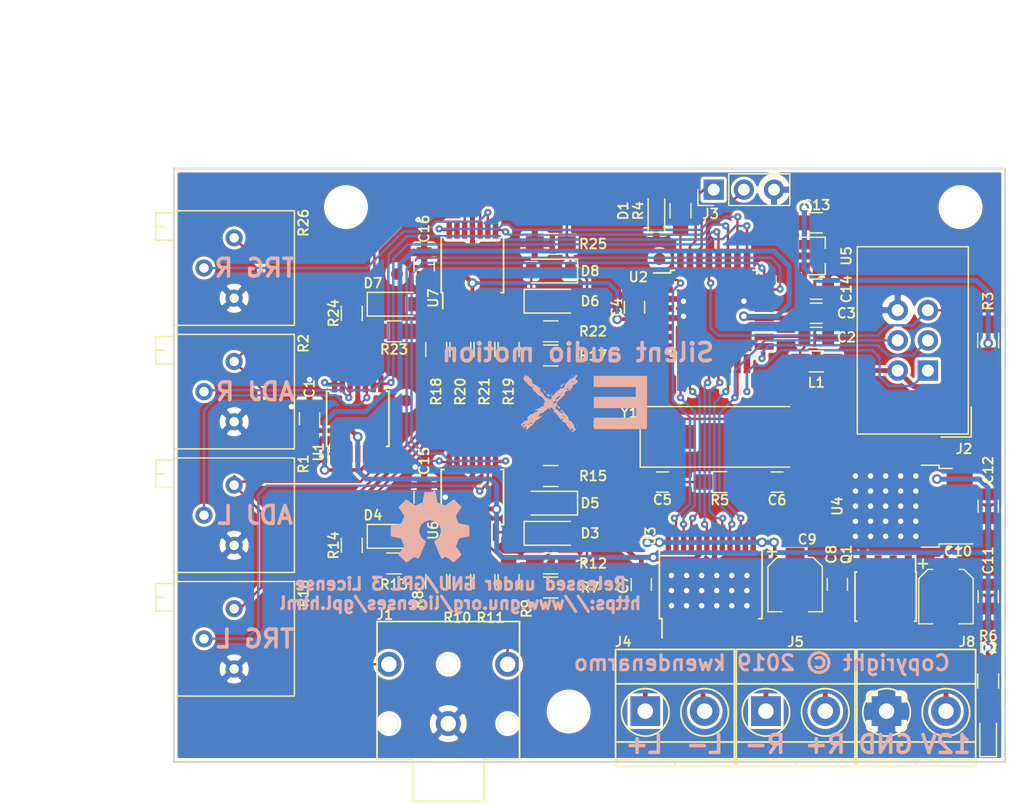
<source format=kicad_pcb>
(kicad_pcb (version 4) (host pcbnew 4.0.7-e2-6376~61~ubuntu18.04.1)
  (title_block (title "Silent Audio Motion") (date 2019-11-03) (rev release-v0.1A) (company "EX arte electrónico y experimental") (comment 2 "Revised by: R. García") (comment 3 "Drawn by: R. García") (comment 4 "Designed by: R. García"))
  (layers (0 F.Cu signal) (31 B.Cu signal) (34 B.Paste user) (35 F.Paste user) (36 B.SilkS user) (37 F.SilkS user) (38 B.Mask user) (39 F.Mask user) (44 Edge.Cuts user))
  (net 0 "")
  (net 1 GND)
  (net 2 +12V)
  (net 3 +5V)
  (net 4 VDDA)
  (net 5 "Net-(U2-Pad2)")
  (net 6 "Net-(U2-Pad11)")
  (net 7 "Net-(C5-Pad1)")
  (net 8 "Net-(D1-Pad2)")
  (net 9 "Net-(D2-Pad2)")
  (net 10 "Net-(D3-Pad1)")
  (net 11 "Net-(D3-Pad2)")
  (net 12 "Net-(D4-Pad1)")
  (net 13 "Net-(D4-Pad2)")
  (net 14 "Net-(D5-Pad1)")
  (net 15 "Net-(D6-Pad1)")
  (net 16 "Net-(D6-Pad2)")
  (net 17 "Net-(D7-Pad1)")
  (net 18 "Net-(D7-Pad2)")
  (net 19 "Net-(D8-Pad1)")
  (net 20 "Net-(J2-Pad1)")
  (net 21 "Net-(J2-Pad3)")
  (net 22 /BPWM)
  (net 23 "Net-(J2-Pad5)")
  (net 24 "Net-(R1-Pad2)")
  (net 25 "Net-(R2-Pad2)")
  (net 26 "Net-(R4-Pad2)")
  (net 27 "/Audio input L/AUDIO_IN")
  (net 28 "Net-(R13-Pad2)")
  (net 29 "Net-(R10-Pad1)")
  (net 30 "Net-(R11-Pad1)")
  (net 31 "Net-(R16-Pad2)")
  (net 32 "/Audio input R/AUDIO_IN")
  (net 33 "Net-(R18-Pad1)")
  (net 34 "Net-(R20-Pad1)")
  (net 35 "Net-(R21-Pad1)")
  (net 36 "Net-(R26-Pad2)")
  (net 37 /ADJ_L)
  (net 38 /ADJ_R)
  (net 39 /APWM)
  (net 40 /AIN2)
  (net 41 /AIN1)
  (net 42 /STBY)
  (net 43 /BIN1)
  (net 44 /BIN2)
  (net 45 "Net-(U2-Pad19)")
  (net 46 "Net-(U2-Pad22)")
  (net 47 /FW_L)
  (net 48 /TRG_L)
  (net 49 /FW_R)
  (net 50 /TRG_R)
  (net 51 "Net-(J3-Pad1)")
  (net 52 "Net-(J4-Pad1)")
  (net 53 "Net-(C2-Pad1)")
  (net 54 "Net-(C6-Pad1)")
  (net 55 "Net-(J8-Pad2)")
  (net 56 /REF_L)
  (net 57 /REF_R)
  (net 58 "Net-(J3-Pad2)")
  (net 59 "Net-(J4-Pad2)")
  (net 60 "Net-(J5-Pad1)")
  (net 61 "Net-(J5-Pad2)")
  (module STX-3200:STX-3200-3 (layer F.Cu) (at 23.114 45.72 90)
    (fp_text reference J1 (at 8.128 -5.334 360) (layer F.SilkS) (effects (font (size 0.8128 0.8128) (thickness 0.1524))))
    (fp_text value AUDIO_IN)
    (pad 1 thru_hole circle (at 3.95 5 90) (size 2.1 2.1) (drill 1.3) (layers *.Cu *.Mask) (net 27 "/Audio input L/AUDIO_IN"))
    (pad 2 thru_hole circle (at 3.95 -5 90) (size 2.1 2.1) (drill 1.3) (layers *.Cu *.Mask) (net 32 "/Audio input R/AUDIO_IN"))
    (pad 3 thru_hole circle (at -1.05 0 90) (size 2.1 2.1) (drill 1.3) (layers *.Cu *.Mask) (net 1 GND))
    (pad 0 thru_hole circle (at -1.05 -5 90) (size 1.6 1.6) (drill 1.6) (layers *.Cu *.Mask))
    (pad 0 thru_hole circle (at -1.05 5 90) (size 1.6 1.6) (drill 1.6) (layers *.Cu *.Mask))
    (pad 0 thru_hole circle (at 3.95 0 90) (size 1.6 1.6) (drill 1.6) (layers *.Cu *.Mask))
  )
  (module Potentiometers:Potentiometer_Trimmer_Bourns_3299P (layer F.Cu) (at 5.08 37.084)
    (fp_text reference R16 (at 5.842 -1.27 90) (layer F.SilkS) (effects (font (size 0.8128 0.8128) (thickness 0.1524))))
    (fp_text value 20k)
    (pad 1 thru_hole circle (at 0 0) (size 1.44 1.44) (drill 0.8) (layers *.Cu *.Mask) (net 56 /REF_L))
    (pad 2 thru_hole circle (at -2.54 2.54) (size 1.44 1.44) (drill 0.8) (layers *.Cu *.Mask) (net 31 "Net-(R16-Pad2)"))
    (pad 3 thru_hole circle (at 0 5.08) (size 1.44 1.44) (drill 0.8) (layers *.Cu *.Mask) (net 1 GND))
  )
  (module Potentiometers:Potentiometer_Trimmer_Bourns_3299P (layer F.Cu) (at 5.08 26.67)
    (fp_text reference R1 (at 5.842 -1.778 90) (layer F.SilkS) (effects (font (size 0.8128 0.8128) (thickness 0.1524))))
    (fp_text value 20k)
    (pad 1 thru_hole circle (at 0 0) (size 1.44 1.44) (drill 0.8) (layers *.Cu *.Mask) (net 56 /REF_L))
    (pad 2 thru_hole circle (at -2.54 2.54) (size 1.44 1.44) (drill 0.8) (layers *.Cu *.Mask) (net 24 "Net-(R1-Pad2)"))
    (pad 3 thru_hole circle (at 0 5.08) (size 1.44 1.44) (drill 0.8) (layers *.Cu *.Mask) (net 1 GND))
  )
  (module Potentiometers:Potentiometer_Trimmer_Bourns_3299P (layer F.Cu) (at 5.08 16.256)
    (fp_text reference R2 (at 5.842 -1.524 90) (layer F.SilkS) (effects (font (size 0.8128 0.8128) (thickness 0.1524))))
    (fp_text value 20k)
    (pad 1 thru_hole circle (at 0 0) (size 1.44 1.44) (drill 0.8) (layers *.Cu *.Mask) (net 57 /REF_R))
    (pad 2 thru_hole circle (at -2.54 2.54) (size 1.44 1.44) (drill 0.8) (layers *.Cu *.Mask) (net 25 "Net-(R2-Pad2)"))
    (pad 3 thru_hole circle (at 0 5.08) (size 1.44 1.44) (drill 0.8) (layers *.Cu *.Mask) (net 1 GND))
  )
  (module Potentiometers:Potentiometer_Trimmer_Bourns_3299P (layer F.Cu) (at 5.08 5.842)
    (fp_text reference R26 (at 5.842 -1.27 90) (layer F.SilkS) (effects (font (size 0.8128 0.8128) (thickness 0.1524))))
    (fp_text value 20k)
    (pad 1 thru_hole circle (at 0 0) (size 1.44 1.44) (drill 0.8) (layers *.Cu *.Mask) (net 57 /REF_R))
    (pad 2 thru_hole circle (at -2.54 2.54) (size 1.44 1.44) (drill 0.8) (layers *.Cu *.Mask) (net 36 "Net-(R26-Pad2)"))
    (pad 3 thru_hole circle (at 0 5.08) (size 1.44 1.44) (drill 0.8) (layers *.Cu *.Mask) (net 1 GND))
  )
  (module TerminalBlock_Phoenix:TerminalBlock_Phoenix_MKDS1.5-2pol (layer F.Cu) (at 39.704 45.72)
    (fp_text reference J4 (at -1.858 -5.842) (layer F.SilkS) (effects (font (size 0.8128 0.8128) (thickness 0.1524))))
    (fp_text value OUT_L)
    (pad 1 thru_hole rect (at 0 0) (size 2.5 2.5) (drill 1.3) (layers *.Cu *.Mask) (net 52 "Net-(J4-Pad1)"))
    (pad 2 thru_hole circle (at 5 0) (size 2.5 2.5) (drill 1.3) (layers *.Cu *.Mask) (net 59 "Net-(J4-Pad2)"))
  )
  (module TerminalBlock_Phoenix:TerminalBlock_Phoenix_MKDS1.5-2pol (layer F.Cu) (at 49.864 45.72)
    (fp_text reference J5 (at 2.5 -5.842) (layer F.SilkS) (effects (font (size 0.8128 0.8128) (thickness 0.1524))))
    (fp_text value OUT_R)
    (pad 1 thru_hole rect (at 0 0) (size 2.5 2.5) (drill 1.3) (layers *.Cu *.Mask) (net 60 "Net-(J5-Pad1)"))
    (pad 2 thru_hole circle (at 5 0) (size 2.5 2.5) (drill 1.3) (layers *.Cu *.Mask) (net 61 "Net-(J5-Pad2)"))
  )
  (module TerminalBlock_Phoenix:TerminalBlock_Phoenix_MKDS1.5-2pol (layer F.Cu) (at 60.024 45.72)
    (fp_text reference J8 (at 6.778 -5.842) (layer F.SilkS) (effects (font (size 0.8128 0.8128) (thickness 0.1524))))
    (fp_text value POWER)
    (pad 1 thru_hole rect (at 0 0) (size 2.5 2.5) (drill 1.3) (layers *.Cu *.Mask) (net 1 GND))
    (pad 2 thru_hole circle (at 5 0) (size 2.5 2.5) (drill 1.3) (layers *.Cu *.Mask) (net 55 "Net-(J8-Pad2)"))
  )
  (module Fiducials:Fiducial_1mm_Dia_2mm_Outer (layer F.Cu) (at 19.558 19.558)
    (fp_text reference REF** hide)
    (fp_text value Fiducial_1mm_Dia_2mm_Outer hide)
    (pad ~ smd circle (at 0 0) (size 1 1) (layers F.Cu F.Mask) (clearance 0.5))
  )
  (module Fiducials:Fiducial_1mm_Dia_2mm_Outer (layer F.Cu) (at 18.796 28.448)
    (fp_text reference REF** hide)
    (fp_text value Fiducial_1mm_Dia_2mm_Outer hide)
    (pad ~ smd circle (at 0 0) (size 1 1) (layers F.Cu F.Mask) (clearance 0.5))
  )
  (module Fiducials:Fiducial_1mm_Dia_2mm_Outer (layer F.Cu) (at 18.796 8.89)
    (fp_text reference REF** hide)
    (fp_text value Fiducial_1mm_Dia_2mm_Outer hide)
    (pad ~ smd circle (at 0 0) (size 1 1) (layers F.Cu F.Mask) (clearance 0.5))
  )
  (module Fiducials:Fiducial_1mm_Dia_2mm_Outer (layer F.Cu) (at 61 2)
    (fp_text reference REF** hide)
    (fp_text value Fiducial_1mm_Dia_2mm_Outer hide)
    (pad ~ smd circle (at 0 0) (size 1 1) (layers F.Cu F.Mask) (clearance 0.5))
  )
  (module Fiducials:Fiducial_1mm_Dia_2mm_Outer (layer F.Cu) (at 2 48)
    (fp_text reference REF** hide)
    (fp_text value Fiducial_1mm_Dia_2mm_Outer hide)
    (pad ~ smd circle (at 0 0) (size 1 1) (layers F.Cu F.Mask) (clearance 0.5))
  )
  (module Fiducials:Fiducial_1mm_Dia_2mm_Outer (layer F.Cu) (at 2 2)
    (fp_text reference REF** hide)
    (fp_text value Fiducial_1mm_Dia_2mm_Outer hide)
    (pad ~ smd circle (at 0 0) (size 1 1) (layers F.Cu F.Mask) (clearance 0.5))
  )
  (module Fiducials:Fiducial_1mm_Dia_2mm_Outer (layer F.Cu) (at 40.894 7.62)
    (fp_text reference REF** hide)
    (fp_text value Fiducial_1mm_Dia_2mm_Outer hide)
    (pad ~ smd circle (at 0 0) (size 1 1) (layers F.Cu F.Mask) (clearance 0.5))
  )
  (module Fiducials:Fiducial_1mm_Dia_2mm_Outer (layer F.Cu) (at 55.88 38.862)
    (fp_text reference REF** hide)
    (fp_text value Fiducial_1mm_Dia_2mm_Outer hide)
    (pad ~ smd circle (at 0 0) (size 1 1) (layers F.Cu F.Mask) (clearance 0.5))
  )
  (module Connectors_IDC:IDC-Header_2x03_Pitch2.54mm_Straight (layer F.Cu) (at 63.5 17.018 180)
    (fp_text reference J2 (at -3.048 -6.604 180) (layer F.SilkS) (effects (font (size 0.8128 0.8128) (thickness 0.1524))))
    (fp_text value ISP)
    (pad 1 thru_hole rect (at 0 0 180) (size 1.7272 1.7272) (drill 1.016) (layers *.Cu *.Mask) (net 20 "Net-(J2-Pad1)"))
    (pad 2 thru_hole oval (at 2.54 0 180) (size 1.7272 1.7272) (drill 1.016) (layers *.Cu *.Mask) (net 3 +5V))
    (pad 3 thru_hole oval (at 0 2.54 180) (size 1.7272 1.7272) (drill 1.016) (layers *.Cu *.Mask) (net 21 "Net-(J2-Pad3)"))
    (pad 4 thru_hole oval (at 2.54 2.54 180) (size 1.7272 1.7272) (drill 1.016) (layers *.Cu *.Mask) (net 22 /BPWM))
    (pad 5 thru_hole oval (at 0 5.08 180) (size 1.7272 1.7272) (drill 1.016) (layers *.Cu *.Mask) (net 23 "Net-(J2-Pad5)"))
    (pad 6 thru_hole oval (at 2.54 5.08 180) (size 1.7272 1.7272) (drill 1.016) (layers *.Cu *.Mask) (net 1 GND))
  )
  (module Mounting_Holes:MountingHole_3.2mm_M3_DIN965 (layer F.Cu) (at 66.25 3.25)
    (fp_text reference REF** hide)
    (fp_text value MountingHole_3.2mm_M3_DIN965 hide)
    (pad 1 np_thru_hole circle (at 0 0) (size 3.2 3.2) (drill 3.2) (layers *.Cu *.Mask))
  )
  (module Housings_SSOP:SSOP-24_5.3x8.2mm_Pitch0.65mm (layer F.Cu) (at 45.212 35.052 90)
    (fp_text reference U3 (at 4.064 -5.08 270) (layer F.SilkS) (effects (font (size 0.8128 0.8128) (thickness 0.1524))))
    (fp_text value TB6612FNG)
    (pad 1 smd rect (at -3.6 -3.25 90) (size 1.75 1.1) (layers F.Cu F.Paste F.Mask) (net 52 "Net-(J4-Pad1)"))
    (pad 2 smd rect (at -3.6 -3.25 90) (size 1.75 1.1) (layers F.Cu F.Paste F.Mask) (net 52 "Net-(J4-Pad1)"))
    (pad 3 smd rect (at -3.6 -1.95 90) (size 1.75 1.1) (layers F.Cu F.Paste F.Mask) (net 1 GND))
    (pad 4 smd rect (at -3.6 -1.95 90) (size 1.75 1.1) (layers F.Cu F.Paste F.Mask) (net 1 GND))
    (pad 5 smd rect (at -3.6 -0.65 90) (size 1.75 1.1) (layers F.Cu F.Paste F.Mask) (net 59 "Net-(J4-Pad2)"))
    (pad 6 smd rect (at -3.6 -0.65 90) (size 1.75 1.1) (layers F.Cu F.Paste F.Mask) (net 59 "Net-(J4-Pad2)"))
    (pad 7 smd rect (at -3.6 0.65 90) (size 1.75 1.1) (layers F.Cu F.Paste F.Mask) (net 60 "Net-(J5-Pad1)"))
    (pad 8 smd rect (at -3.6 0.65 90) (size 1.75 1.1) (layers F.Cu F.Paste F.Mask) (net 60 "Net-(J5-Pad1)"))
    (pad 9 smd rect (at -3.6 1.95 90) (size 1.75 1.1) (layers F.Cu F.Paste F.Mask) (net 1 GND))
    (pad 10 smd rect (at -3.6 1.95 90) (size 1.75 1.1) (layers F.Cu F.Paste F.Mask) (net 1 GND))
    (pad 11 smd rect (at -3.6 3.25 90) (size 1.75 1.1) (layers F.Cu F.Paste F.Mask) (net 61 "Net-(J5-Pad2)"))
    (pad 12 smd rect (at -3.6 3.25 90) (size 1.75 1.1) (layers F.Cu F.Paste F.Mask) (net 61 "Net-(J5-Pad2)"))
    (pad 13 smd rect (at 3.6 3.575 90) (size 1.75 0.45) (layers F.Cu F.Paste F.Mask) (net 2 +12V))
    (pad 14 smd rect (at 3.6 2.925 90) (size 1.75 0.45) (layers F.Cu F.Paste F.Mask) (net 2 +12V))
    (pad 15 smd rect (at 3.6 2.275 90) (size 1.75 0.45) (layers F.Cu F.Paste F.Mask) (net 22 /BPWM))
    (pad 16 smd rect (at 3.6 1.625 90) (size 1.75 0.45) (layers F.Cu F.Paste F.Mask) (net 44 /BIN2))
    (pad 17 smd rect (at 3.6 0.975 90) (size 1.75 0.45) (layers F.Cu F.Paste F.Mask) (net 43 /BIN1))
    (pad 18 smd rect (at 3.6 0.325 90) (size 1.75 0.45) (layers F.Cu F.Paste F.Mask) (net 1 GND))
    (pad 19 smd rect (at 3.6 -0.325 90) (size 1.75 0.45) (layers F.Cu F.Paste F.Mask) (net 42 /STBY))
    (pad 20 smd rect (at 3.6 -0.975 90) (size 1.75 0.45) (layers F.Cu F.Paste F.Mask) (net 3 +5V))
    (pad 21 smd rect (at 3.6 -1.625 90) (size 1.75 0.45) (layers F.Cu F.Paste F.Mask) (net 41 /AIN1))
    (pad 22 smd rect (at 3.6 -2.275 90) (size 1.75 0.45) (layers F.Cu F.Paste F.Mask) (net 40 /AIN2))
    (pad 23 smd rect (at 3.6 -2.925 90) (size 1.75 0.45) (layers F.Cu F.Paste F.Mask) (net 39 /APWM))
    (pad 24 smd rect (at 3.6 -3.575 90) (size 1.75 0.45) (layers F.Cu F.Paste F.Mask) (net 2 +12V))
  )
  (module TO_SOT_Packages_SMD:TO-252-2 (layer F.Cu) (at 61.976 28.448 180)
    (fp_text reference U4 (at 6.096 0 270) (layer F.SilkS) (effects (font (size 0.8128 0.8128) (thickness 0.1524))))
    (fp_text value MC78M05)
    (pad 1 smd rect (at -4.2 -2.28 180) (size 2.2 1.2) (layers F.Cu F.Paste F.Mask) (net 2 +12V))
    (pad 3 smd rect (at -4.2 2.28 180) (size 2.2 1.2) (layers F.Cu F.Paste F.Mask) (net 3 +5V))
    (pad 2 thru_hole rect (at 3.302 -2.54 180) (size 1.3208 1.3208) (drill 0.4572) (layers *.Cu *.Mask F.Paste) (net 1 GND))
    (pad 2 thru_hole rect (at -0.508 -2.54 180) (size 1.3208 1.3208) (drill 0.4572) (layers *.Cu *.Mask F.Paste) (net 1 GND))
    (pad 2 thru_hole rect (at 0.762 -2.54 180) (size 1.3208 1.3208) (drill 0.4572) (layers *.Cu *.Mask F.Paste) (net 1 GND))
    (pad 2 thru_hole rect (at 2.032 -2.54 180) (size 1.3208 1.3208) (drill 0.4572) (layers *.Cu *.Mask) (net 1 GND))
    (pad 2 thru_hole rect (at 4.572 -2.54 180) (size 1.4478 1.3208) (drill 0.4572) (layers *.Cu *.Mask F.Paste) (net 1 GND))
    (pad 2 thru_hole rect (at -0.508 -1.27 180) (size 1.3208 1.3208) (drill 0.4572) (layers *.Cu *.Mask F.Paste) (net 1 GND))
    (pad 2 thru_hole rect (at -0.508 0 180) (size 1.3208 1.3208) (drill 0.4572) (layers *.Cu *.Mask) (net 1 GND))
    (pad 2 thru_hole rect (at -0.508 1.27 180) (size 1.3208 1.3208) (drill 0.4572) (layers *.Cu *.Mask F.Paste) (net 1 GND))
    (pad 2 thru_hole rect (at -0.508 2.54 180) (size 1.3208 1.3208) (drill 0.4572) (layers *.Cu *.Mask F.Paste) (net 1 GND))
    (pad 2 thru_hole rect (at 0.762 -1.27 180) (size 1.3208 1.3208) (drill 0.4572) (layers *.Cu *.Mask F.Paste) (net 1 GND))
    (pad 2 thru_hole rect (at 2.032 -1.27 180) (size 1.3208 1.3208) (drill 0.4572) (layers *.Cu *.Mask) (net 1 GND))
    (pad 2 thru_hole rect (at 3.302 -1.27 180) (size 1.3208 1.3208) (drill 0.4572) (layers *.Cu *.Mask F.Paste) (net 1 GND))
    (pad 2 thru_hole rect (at 4.572 -1.27 180) (size 1.4478 1.3208) (drill 0.4572) (layers *.Cu *.Mask F.Paste) (net 1 GND))
    (pad 2 thru_hole rect (at 0.762 0 180) (size 1.3208 1.3208) (drill 0.4572) (layers *.Cu *.Mask) (net 1 GND))
    (pad 2 thru_hole rect (at 2.032 0 180) (size 1.3208 1.3208) (drill 0.4572) (layers *.Cu *.Mask) (net 1 GND))
    (pad 2 thru_hole rect (at 3.302 0 180) (size 1.3208 1.3208) (drill 0.4572) (layers *.Cu *.Mask) (net 1 GND))
    (pad 2 thru_hole rect (at 4.572 0 180) (size 1.4478 1.3208) (drill 0.4572) (layers *.Cu *.Mask) (net 1 GND))
    (pad 2 thru_hole rect (at 0.762 1.27 180) (size 1.3208 1.3208) (drill 0.4572) (layers *.Cu *.Mask F.Paste) (net 1 GND))
    (pad 2 thru_hole rect (at 2.032 1.27 180) (size 1.3208 1.3208) (drill 0.4572) (layers *.Cu *.Mask) (net 1 GND))
    (pad 2 thru_hole rect (at 3.302 1.27 180) (size 1.3208 1.3208) (drill 0.4572) (layers *.Cu *.Mask F.Paste) (net 1 GND))
    (pad 2 thru_hole rect (at 4.572 1.27 180) (size 1.4478 1.3208) (drill 0.4572) (layers *.Cu *.Mask F.Paste) (net 1 GND))
    (pad 2 thru_hole rect (at 0.762 2.54 180) (size 1.3208 1.3208) (drill 0.4572) (layers *.Cu *.Mask F.Paste) (net 1 GND))
    (pad 2 thru_hole rect (at 2.032 2.54 180) (size 1.3208 1.3208) (drill 0.4572) (layers *.Cu *.Mask) (net 1 GND))
    (pad 2 thru_hole rect (at 3.302 2.54 180) (size 1.3208 1.3208) (drill 0.4572) (layers *.Cu *.Mask F.Paste) (net 1 GND))
    (pad 2 thru_hole rect (at 4.572 2.54 180) (size 1.4478 1.3208) (drill 0.4572) (layers *.Cu *.Mask F.Paste) (net 1 GND))
  )
  (module Diodes_SMD:D_SOD-123 (layer F.Cu) (at 18.542 11.43)
    (fp_text reference D7 (at -1.778 -1.778) (layer F.SilkS) (effects (font (size 0.8128 0.8128) (thickness 0.1524))))
    (fp_text value BAT54)
    (pad 1 smd rect (at -1.65 0) (size 0.9 1.2) (layers F.Cu F.Paste F.Mask) (net 17 "Net-(D7-Pad1)"))
    (pad 2 smd rect (at 1.65 0) (size 0.9 1.2) (layers F.Cu F.Paste F.Mask) (net 18 "Net-(D7-Pad2)"))
  )
  (module Resistors_SMD:R_0805_HandSoldering (layer F.Cu) (at 18.542 13.716)
    (fp_text reference R23 (at 0 1.524) (layer F.SilkS) (effects (font (size 0.8128 0.8128) (thickness 0.1524))))
    (fp_text value 1k)
    (pad 1 smd rect (at -1.35 0) (size 1.5 1.3) (layers F.Cu F.Paste F.Mask) (net 17 "Net-(D7-Pad1)"))
    (pad 2 smd rect (at 1.35 0) (size 1.5 1.3) (layers F.Cu F.Paste F.Mask) (net 33 "Net-(R18-Pad1)"))
  )
  (module Housings_QFP:TQFP-32_7x7mm_Pitch0.8mm (layer F.Cu) (at 45.466 12.192)
    (fp_text reference U2 (at -6.35 -3.048 180) (layer F.SilkS) (effects (font (size 0.8128 0.8128) (thickness 0.1524))))
    (fp_text value ATMEGA328P-AU)
    (pad 1 smd rect (at -4.25 -2.8) (size 1.6 0.55) (layers F.Cu F.Paste F.Mask) (net 39 /APWM))
    (pad 2 smd rect (at -4.25 -2) (size 1.6 0.55) (layers F.Cu F.Paste F.Mask) (net 5 "Net-(U2-Pad2)"))
    (pad 3 smd rect (at -4.25 -1.2) (size 1.6 0.55) (layers F.Cu F.Paste F.Mask) (net 1 GND))
    (pad 4 smd rect (at -4.25 -0.4) (size 1.6 0.55) (layers F.Cu F.Paste F.Mask) (net 3 +5V))
    (pad 5 smd rect (at -4.25 0.4) (size 1.6 0.55) (layers F.Cu F.Paste F.Mask) (net 1 GND))
    (pad 6 smd rect (at -4.25 1.2) (size 1.6 0.55) (layers F.Cu F.Paste F.Mask) (net 3 +5V))
    (pad 7 smd rect (at -4.25 2) (size 1.6 0.55) (layers F.Cu F.Paste F.Mask) (net 7 "Net-(C5-Pad1)"))
    (pad 8 smd rect (at -4.25 2.8) (size 1.6 0.55) (layers F.Cu F.Paste F.Mask) (net 54 "Net-(C6-Pad1)"))
    (pad 9 smd rect (at -2.8 4.25 90) (size 1.6 0.55) (layers F.Cu F.Paste F.Mask) (net 40 /AIN2))
    (pad 10 smd rect (at -2 4.25 90) (size 1.6 0.55) (layers F.Cu F.Paste F.Mask) (net 41 /AIN1))
    (pad 11 smd rect (at -1.2 4.25 90) (size 1.6 0.55) (layers F.Cu F.Paste F.Mask) (net 6 "Net-(U2-Pad11)"))
    (pad 12 smd rect (at -0.4 4.25 90) (size 1.6 0.55) (layers F.Cu F.Paste F.Mask) (net 42 /STBY))
    (pad 13 smd rect (at 0.4 4.25 90) (size 1.6 0.55) (layers F.Cu F.Paste F.Mask) (net 43 /BIN1))
    (pad 14 smd rect (at 1.2 4.25 90) (size 1.6 0.55) (layers F.Cu F.Paste F.Mask) (net 44 /BIN2))
    (pad 15 smd rect (at 2 4.25 90) (size 1.6 0.55) (layers F.Cu F.Paste F.Mask) (net 22 /BPWM))
    (pad 16 smd rect (at 2.8 4.25 90) (size 1.6 0.55) (layers F.Cu F.Paste F.Mask) (net 20 "Net-(J2-Pad1)"))
    (pad 17 smd rect (at 4.25 2.8) (size 1.6 0.55) (layers F.Cu F.Paste F.Mask) (net 21 "Net-(J2-Pad3)"))
    (pad 18 smd rect (at 4.25 2) (size 1.6 0.55) (layers F.Cu F.Paste F.Mask) (net 53 "Net-(C2-Pad1)"))
    (pad 19 smd rect (at 4.25 1.2) (size 1.6 0.55) (layers F.Cu F.Paste F.Mask) (net 45 "Net-(U2-Pad19)"))
    (pad 20 smd rect (at 4.25 0.4) (size 1.6 0.55) (layers F.Cu F.Paste F.Mask) (net 4 VDDA))
    (pad 21 smd rect (at 4.25 -0.4) (size 1.6 0.55) (layers F.Cu F.Paste F.Mask) (net 1 GND))
    (pad 22 smd rect (at 4.25 -1.2) (size 1.6 0.55) (layers F.Cu F.Paste F.Mask) (net 46 "Net-(U2-Pad22)"))
    (pad 23 smd rect (at 4.25 -2) (size 1.6 0.55) (layers F.Cu F.Paste F.Mask) (net 47 /FW_L))
    (pad 24 smd rect (at 4.25 -2.8) (size 1.6 0.55) (layers F.Cu F.Paste F.Mask) (net 48 /TRG_L))
    (pad 25 smd rect (at 2.8 -4.25 90) (size 1.6 0.55) (layers F.Cu F.Paste F.Mask) (net 37 /ADJ_L))
    (pad 26 smd rect (at 2 -4.25 90) (size 1.6 0.55) (layers F.Cu F.Paste F.Mask) (net 49 /FW_R))
    (pad 27 smd rect (at 1.2 -4.25 90) (size 1.6 0.55) (layers F.Cu F.Paste F.Mask) (net 50 /TRG_R))
    (pad 28 smd rect (at 0.4 -4.25 90) (size 1.6 0.55) (layers F.Cu F.Paste F.Mask) (net 38 /ADJ_R))
    (pad 29 smd rect (at -0.4 -4.25 90) (size 1.6 0.55) (layers F.Cu F.Paste F.Mask) (net 23 "Net-(J2-Pad5)"))
    (pad 30 smd rect (at -1.2 -4.25 90) (size 1.6 0.55) (layers F.Cu F.Paste F.Mask) (net 58 "Net-(J3-Pad2)"))
    (pad 31 smd rect (at -2 -4.25 90) (size 1.6 0.55) (layers F.Cu F.Paste F.Mask) (net 51 "Net-(J3-Pad1)"))
    (pad 32 smd rect (at -2.8 -4.25 90) (size 1.6 0.55) (layers F.Cu F.Paste F.Mask) (net 26 "Net-(R4-Pad2)"))
  )
  (module TO_SOT_Packages_SMD:SOT-23 (layer F.Cu) (at 54.102 7.366)
    (fp_text reference U5 (at 2.54 0 90) (layer F.SilkS) (effects (font (size 0.8128 0.8128) (thickness 0.1524))))
    (fp_text value REF3020)
    (pad 1 smd rect (at -1 -0.95) (size 0.9 0.8) (layers F.Cu F.Paste F.Mask) (net 3 +5V))
    (pad 2 smd rect (at -1 0.95) (size 0.9 0.8) (layers F.Cu F.Paste F.Mask) (net 4 VDDA))
    (pad 3 smd rect (at 1 0) (size 0.9 0.8) (layers F.Cu F.Paste F.Mask) (net 1 GND))
  )
  (module Capacitors_SMD:C_0805 (layer F.Cu) (at 54.102 14.224)
    (fp_text reference C2 (at 2.54 0) (layer F.SilkS) (effects (font (size 0.8128 0.8128) (thickness 0.1524))))
    (fp_text value 100nF)
    (pad 1 smd rect (at -1 0) (size 1 1.25) (layers F.Cu F.Paste F.Mask) (net 53 "Net-(C2-Pad1)"))
    (pad 2 smd rect (at 1 0) (size 1 1.25) (layers F.Cu F.Paste F.Mask) (net 1 GND))
  )
  (module Capacitors_SMD:C_0805 (layer F.Cu) (at 54.102 12.192)
    (fp_text reference C3 (at 2.54 0) (layer F.SilkS) (effects (font (size 0.8128 0.8128) (thickness 0.1524))))
    (fp_text value 100nF)
    (pad 1 smd rect (at -1 0) (size 1 1.25) (layers F.Cu F.Paste F.Mask) (net 4 VDDA))
    (pad 2 smd rect (at 1 0) (size 1 1.25) (layers F.Cu F.Paste F.Mask) (net 1 GND))
  )
  (module Capacitors_SMD:C_0805 (layer F.Cu) (at 38.796 11.684 90)
    (fp_text reference C4 (at 0 -1.5 90) (layer F.SilkS) (effects (font (size 0.8128 0.8128) (thickness 0.1524))))
    (fp_text value 100nF)
    (pad 1 smd rect (at -1 0 90) (size 1 1.25) (layers F.Cu F.Paste F.Mask) (net 3 +5V))
    (pad 2 smd rect (at 1 0 90) (size 1 1.25) (layers F.Cu F.Paste F.Mask) (net 1 GND))
  )
  (module Capacitors_SMD:C_0805 (layer F.Cu) (at 41.148 26.416 180)
    (fp_text reference C5 (at 0 -1.5 180) (layer F.SilkS) (effects (font (size 0.8128 0.8128) (thickness 0.1524))))
    (fp_text value 18pF)
    (pad 1 smd rect (at -1 0 180) (size 1 1.25) (layers F.Cu F.Paste F.Mask) (net 7 "Net-(C5-Pad1)"))
    (pad 2 smd rect (at 1 0 180) (size 1 1.25) (layers F.Cu F.Paste F.Mask) (net 1 GND))
  )
  (module Capacitors_SMD:C_0805 (layer F.Cu) (at 50.8 26.416)
    (fp_text reference C6 (at 0 1.524) (layer F.SilkS) (effects (font (size 0.8128 0.8128) (thickness 0.1524))))
    (fp_text value 18pF)
    (pad 1 smd rect (at -1 0) (size 1 1.25) (layers F.Cu F.Paste F.Mask) (net 54 "Net-(C6-Pad1)"))
    (pad 2 smd rect (at 1 0) (size 1 1.25) (layers F.Cu F.Paste F.Mask) (net 1 GND))
  )
  (module Capacitors_SMD:C_0805 (layer F.Cu) (at 68.58 36.068 270)
    (fp_text reference C11 (at -3.048 0 270) (layer F.SilkS) (effects (font (size 0.8128 0.8128) (thickness 0.1524))))
    (fp_text value 330nF)
    (pad 1 smd rect (at -1 0 270) (size 1 1.25) (layers F.Cu F.Paste F.Mask) (net 2 +12V))
    (pad 2 smd rect (at 1 0 270) (size 1 1.25) (layers F.Cu F.Paste F.Mask) (net 1 GND))
  )
  (module Capacitors_SMD:C_0805 (layer F.Cu) (at 68.58 28.448 270)
    (fp_text reference C12 (at -3.048 0 270) (layer F.SilkS) (effects (font (size 0.8128 0.8128) (thickness 0.1524))))
    (fp_text value 330nF)
    (pad 1 smd rect (at -1 0 270) (size 1 1.25) (layers F.Cu F.Paste F.Mask) (net 3 +5V))
    (pad 2 smd rect (at 1 0 270) (size 1 1.25) (layers F.Cu F.Paste F.Mask) (net 1 GND))
  )
  (module Capacitors_SMD:C_0805 (layer F.Cu) (at 54.118 4.572)
    (fp_text reference C13 (at 0 -1.5) (layer F.SilkS) (effects (font (size 0.8128 0.8128) (thickness 0.1524))))
    (fp_text value 470nF)
    (pad 1 smd rect (at -1 0) (size 1 1.25) (layers F.Cu F.Paste F.Mask) (net 3 +5V))
    (pad 2 smd rect (at 1 0) (size 1 1.25) (layers F.Cu F.Paste F.Mask) (net 1 GND))
  )
  (module Capacitors_SMD:C_0805 (layer F.Cu) (at 54.102 10.16)
    (fp_text reference C14 (at 2.54 0 90) (layer F.SilkS) (effects (font (size 0.8128 0.8128) (thickness 0.1524))))
    (fp_text value 100nF)
    (pad 1 smd rect (at -1 0) (size 1 1.25) (layers F.Cu F.Paste F.Mask) (net 4 VDDA))
    (pad 2 smd rect (at 1 0) (size 1 1.25) (layers F.Cu F.Paste F.Mask) (net 1 GND))
  )
  (module Capacitors_SMD:C_0805 (layer F.Cu) (at 21.082 27.686 90)
    (fp_text reference C15 (at 3.048 0 90) (layer F.SilkS) (effects (font (size 0.8128 0.8128) (thickness 0.1524))))
    (fp_text value 100nF)
    (pad 1 smd rect (at -1 0 90) (size 1 1.25) (layers F.Cu F.Paste F.Mask) (net 3 +5V))
    (pad 2 smd rect (at 1 0 90) (size 1 1.25) (layers F.Cu F.Paste F.Mask) (net 1 GND))
  )
  (module Capacitors_SMD:C_0805 (layer F.Cu) (at 21.082 8.128 90)
    (fp_text reference C16 (at 3.048 0 90) (layer F.SilkS) (effects (font (size 0.8128 0.8128) (thickness 0.1524))))
    (fp_text value 100nF)
    (pad 1 smd rect (at -1 0 90) (size 1 1.25) (layers F.Cu F.Paste F.Mask) (net 3 +5V))
    (pad 2 smd rect (at 1 0 90) (size 1 1.25) (layers F.Cu F.Paste F.Mask) (net 1 GND))
  )
  (module LEDs:LED_0805 (layer F.Cu) (at 40.64 3.556 90)
    (fp_text reference D1 (at 0 -2.794 90) (layer F.SilkS) (effects (font (size 0.8128 0.8128) (thickness 0.1524))))
    (fp_text value ORANGE)
    (pad 2 smd rect (at 1.1 0 270) (size 1.2 1.2) (layers F.Cu F.Paste F.Mask) (net 8 "Net-(D1-Pad2)"))
    (pad 1 smd rect (at -1.1 0 270) (size 1.2 1.2) (layers F.Cu F.Paste F.Mask) (net 1 GND))
  )
  (module LEDs:LED_0805 (layer F.Cu) (at 68.58 47.752 90)
    (fp_text reference D2 (at 7.366 0 180) (layer F.SilkS) (effects (font (size 0.8128 0.8128) (thickness 0.1524))))
    (fp_text value BLUE)
    (pad 2 smd rect (at 1.1 0 270) (size 1.2 1.2) (layers F.Cu F.Paste F.Mask) (net 9 "Net-(D2-Pad2)"))
    (pad 1 smd rect (at -1.1 0 270) (size 1.2 1.2) (layers F.Cu F.Paste F.Mask) (net 1 GND))
  )
  (module Diodes_SMD:D_SOD-123 (layer F.Cu) (at 31.75 30.734)
    (fp_text reference D3 (at 3.302 0) (layer F.SilkS) (effects (font (size 0.8128 0.8128) (thickness 0.1524))))
    (fp_text value BAT54)
    (pad 1 smd rect (at -1.65 0) (size 0.9 1.2) (layers F.Cu F.Paste F.Mask) (net 10 "Net-(D3-Pad1)"))
    (pad 2 smd rect (at 1.65 0) (size 0.9 1.2) (layers F.Cu F.Paste F.Mask) (net 11 "Net-(D3-Pad2)"))
  )
  (module Diodes_SMD:D_SOD-123 (layer F.Cu) (at 18.542 30.988)
    (fp_text reference D4 (at -1.778 -1.778) (layer F.SilkS) (effects (font (size 0.8128 0.8128) (thickness 0.1524))))
    (fp_text value BAT54)
    (pad 1 smd rect (at -1.65 0) (size 0.9 1.2) (layers F.Cu F.Paste F.Mask) (net 12 "Net-(D4-Pad1)"))
    (pad 2 smd rect (at 1.65 0) (size 0.9 1.2) (layers F.Cu F.Paste F.Mask) (net 13 "Net-(D4-Pad2)"))
  )
  (module Diodes_SMD:D_SOD-123 (layer F.Cu) (at 31.75 28.194 180)
    (fp_text reference D5 (at -3.302 0 180) (layer F.SilkS) (effects (font (size 0.8128 0.8128) (thickness 0.1524))))
    (fp_text value BAT54)
    (pad 1 smd rect (at -1.65 0 180) (size 0.9 1.2) (layers F.Cu F.Paste F.Mask) (net 14 "Net-(D5-Pad1)"))
    (pad 2 smd rect (at 1.65 0 180) (size 0.9 1.2) (layers F.Cu F.Paste F.Mask) (net 10 "Net-(D3-Pad1)"))
  )
  (module Diodes_SMD:D_SOD-123 (layer F.Cu) (at 31.75 11.176)
    (fp_text reference D6 (at 3.302 0) (layer F.SilkS) (effects (font (size 0.8128 0.8128) (thickness 0.1524))))
    (fp_text value BAT54)
    (pad 1 smd rect (at -1.65 0) (size 0.9 1.2) (layers F.Cu F.Paste F.Mask) (net 15 "Net-(D6-Pad1)"))
    (pad 2 smd rect (at 1.65 0) (size 0.9 1.2) (layers F.Cu F.Paste F.Mask) (net 16 "Net-(D6-Pad2)"))
  )
  (module Diodes_SMD:D_SOD-123 (layer F.Cu) (at 31.75 8.636 180)
    (fp_text reference D8 (at -3.302 0 180) (layer F.SilkS) (effects (font (size 0.8128 0.8128) (thickness 0.1524))))
    (fp_text value BAT54)
    (pad 1 smd rect (at -1.65 0 180) (size 0.9 1.2) (layers F.Cu F.Paste F.Mask) (net 19 "Net-(D8-Pad1)"))
    (pad 2 smd rect (at 1.65 0 180) (size 0.9 1.2) (layers F.Cu F.Paste F.Mask) (net 15 "Net-(D6-Pad1)"))
  )
  (module Inductors_SMD:L_0805_HandSoldering (layer F.Cu) (at 54.102 16.256)
    (fp_text reference L1 (at 0 1.778) (layer F.SilkS) (effects (font (size 0.8128 0.8128) (thickness 0.1524))))
    (fp_text value Choke)
    (pad 1 smd rect (at -1.35 0) (size 1.5 1.3) (layers F.Cu F.Paste F.Mask) (net 53 "Net-(C2-Pad1)"))
    (pad 2 smd rect (at 1.35 0) (size 1.5 1.3) (layers F.Cu F.Paste F.Mask) (net 3 +5V))
  )
  (module Resistors_SMD:R_0805_HandSoldering (layer F.Cu) (at 68.58 14.478 90)
    (fp_text reference R3 (at 3.302 0 90) (layer F.SilkS) (effects (font (size 0.8128 0.8128) (thickness 0.1524))))
    (fp_text value 10k)
    (pad 1 smd rect (at -1.35 0 90) (size 1.5 1.3) (layers F.Cu F.Paste F.Mask) (net 3 +5V))
    (pad 2 smd rect (at 1.35 0 90) (size 1.5 1.3) (layers F.Cu F.Paste F.Mask) (net 23 "Net-(J2-Pad5)"))
  )
  (module Resistors_SMD:R_0805_HandSoldering (layer F.Cu) (at 42.672 3.556 270)
    (fp_text reference R4 (at 0 3.556 450) (layer F.SilkS) (effects (font (size 0.8128 0.8128) (thickness 0.1524))))
    (fp_text value 470R)
    (pad 1 smd rect (at -1.35 0 270) (size 1.5 1.3) (layers F.Cu F.Paste F.Mask) (net 8 "Net-(D1-Pad2)"))
    (pad 2 smd rect (at 1.35 0 270) (size 1.5 1.3) (layers F.Cu F.Paste F.Mask) (net 26 "Net-(R4-Pad2)"))
  )
  (module Resistors_SMD:R_0805_HandSoldering (layer F.Cu) (at 45.974 26.416)
    (fp_text reference R5 (at 0 1.524) (layer F.SilkS) (effects (font (size 0.8128 0.8128) (thickness 0.1524))))
    (fp_text value 1M)
    (pad 1 smd rect (at -1.35 0) (size 1.5 1.3) (layers F.Cu F.Paste F.Mask) (net 7 "Net-(C5-Pad1)"))
    (pad 2 smd rect (at 1.35 0) (size 1.5 1.3) (layers F.Cu F.Paste F.Mask) (net 54 "Net-(C6-Pad1)"))
  )
  (module Resistors_SMD:R_0805_HandSoldering (layer F.Cu) (at 68.58 43.18 270)
    (fp_text reference R6 (at -3.81 0 360) (layer F.SilkS) (effects (font (size 0.8128 0.8128) (thickness 0.1524))))
    (fp_text value 470R)
    (pad 1 smd rect (at -1.35 0 270) (size 1.5 1.3) (layers F.Cu F.Paste F.Mask) (net 3 +5V))
    (pad 2 smd rect (at 1.35 0 270) (size 1.5 1.3) (layers F.Cu F.Paste F.Mask) (net 9 "Net-(D2-Pad2)"))
  )
  (module Resistors_SMD:R_0805_HandSoldering (layer F.Cu) (at 31.75 35.306)
    (fp_text reference R7 (at 3.302 0) (layer F.SilkS) (effects (font (size 0.8128 0.8128) (thickness 0.1524))))
    (fp_text value 10k)
    (pad 1 smd rect (at -1.35 0) (size 1.5 1.3) (layers F.Cu F.Paste F.Mask) (net 27 "/Audio input L/AUDIO_IN"))
    (pad 2 smd rect (at 1.35 0) (size 1.5 1.3) (layers F.Cu F.Paste F.Mask) (net 1 GND))
  )
  (module Resistors_SMD:R_0805_HandSoldering (layer F.Cu) (at 22.098 34.798 270)
    (fp_text reference R8 (at 1.524 1.524 450) (layer F.SilkS) (effects (font (size 0.8128 0.8128) (thickness 0.1524))))
    (fp_text value 2k)
    (pad 1 smd rect (at -1.35 0 270) (size 1.5 1.3) (layers F.Cu F.Paste F.Mask) (net 28 "Net-(R13-Pad2)"))
    (pad 2 smd rect (at 1.35 0 270) (size 1.5 1.3) (layers F.Cu F.Paste F.Mask) (net 27 "/Audio input L/AUDIO_IN"))
  )
  (module Resistors_SMD:R_0805_HandSoldering (layer F.Cu) (at 28.194 34.798 270)
    (fp_text reference R9 (at 2.286 -1.524 450) (layer F.SilkS) (effects (font (size 0.8128 0.8128) (thickness 0.1524))))
    (fp_text value 2k)
    (pad 1 smd rect (at -1.35 0 270) (size 1.5 1.3) (layers F.Cu F.Paste F.Mask) (net 11 "Net-(D3-Pad2)"))
    (pad 2 smd rect (at 1.35 0 270) (size 1.5 1.3) (layers F.Cu F.Paste F.Mask) (net 27 "/Audio input L/AUDIO_IN"))
  )
  (module Resistors_SMD:R_0805_HandSoldering (layer F.Cu) (at 24.13 34.798 270)
    (fp_text reference R10 (at 3.048 0.254 360) (layer F.SilkS) (effects (font (size 0.8128 0.8128) (thickness 0.1524))))
    (fp_text value 680R)
    (pad 1 smd rect (at -1.35 0 270) (size 1.5 1.3) (layers F.Cu F.Paste F.Mask) (net 29 "Net-(R10-Pad1)"))
    (pad 2 smd rect (at 1.35 0 270) (size 1.5 1.3) (layers F.Cu F.Paste F.Mask) (net 1 GND))
  )
  (module Resistors_SMD:R_0805_HandSoldering (layer F.Cu) (at 26.162 34.798 270)
    (fp_text reference R11 (at 3.048 -0.508 360) (layer F.SilkS) (effects (font (size 0.8128 0.8128) (thickness 0.1524))))
    (fp_text value 680R)
    (pad 1 smd rect (at -1.35 0 270) (size 1.5 1.3) (layers F.Cu F.Paste F.Mask) (net 30 "Net-(R11-Pad1)"))
    (pad 2 smd rect (at 1.35 0 270) (size 1.5 1.3) (layers F.Cu F.Paste F.Mask) (net 1 GND))
  )
  (module Resistors_SMD:R_0805_HandSoldering (layer F.Cu) (at 31.75 33.274 180)
    (fp_text reference R12 (at -3.556 0 180) (layer F.SilkS) (effects (font (size 0.8128 0.8128) (thickness 0.1524))))
    (fp_text value 1k)
    (pad 1 smd rect (at -1.35 0 180) (size 1.5 1.3) (layers F.Cu F.Paste F.Mask) (net 14 "Net-(D5-Pad1)"))
    (pad 2 smd rect (at 1.35 0 180) (size 1.5 1.3) (layers F.Cu F.Paste F.Mask) (net 11 "Net-(D3-Pad2)"))
  )
  (module Resistors_SMD:R_0805_HandSoldering (layer F.Cu) (at 18.542 33.274)
    (fp_text reference R13 (at 0 1.778) (layer F.SilkS) (effects (font (size 0.8128 0.8128) (thickness 0.1524))))
    (fp_text value 1k)
    (pad 1 smd rect (at -1.35 0) (size 1.5 1.3) (layers F.Cu F.Paste F.Mask) (net 12 "Net-(D4-Pad1)"))
    (pad 2 smd rect (at 1.35 0) (size 1.5 1.3) (layers F.Cu F.Paste F.Mask) (net 28 "Net-(R13-Pad2)"))
  )
  (module Resistors_SMD:R_0805_HandSoldering (layer F.Cu) (at 14.986 31.75 270)
    (fp_text reference R14 (at 0 1.524 270) (layer F.SilkS) (effects (font (size 0.8128 0.8128) (thickness 0.1524))))
    (fp_text value 3k3)
    (pad 1 smd rect (at -1.35 0 270) (size 1.5 1.3) (layers F.Cu F.Paste F.Mask) (net 12 "Net-(D4-Pad1)"))
    (pad 2 smd rect (at 1.35 0 270) (size 1.5 1.3) (layers F.Cu F.Paste F.Mask) (net 1 GND))
  )
  (module Resistors_SMD:R_0805_HandSoldering (layer F.Cu) (at 31.75 25.908 180)
    (fp_text reference R15 (at -3.556 0 180) (layer F.SilkS) (effects (font (size 0.8128 0.8128) (thickness 0.1524))))
    (fp_text value 100R)
    (pad 1 smd rect (at -1.35 0 180) (size 1.5 1.3) (layers F.Cu F.Paste F.Mask) (net 14 "Net-(D5-Pad1)"))
    (pad 2 smd rect (at 1.35 0 180) (size 1.5 1.3) (layers F.Cu F.Paste F.Mask) (net 1 GND))
  )
  (module Resistors_SMD:R_0805_HandSoldering (layer F.Cu) (at 31.75 15.748)
    (fp_text reference R17 (at 3.556 0) (layer F.SilkS) (effects (font (size 0.8128 0.8128) (thickness 0.1524))))
    (fp_text value 10k)
    (pad 1 smd rect (at -1.35 0) (size 1.5 1.3) (layers F.Cu F.Paste F.Mask) (net 32 "/Audio input R/AUDIO_IN"))
    (pad 2 smd rect (at 1.35 0) (size 1.5 1.3) (layers F.Cu F.Paste F.Mask) (net 1 GND))
  )
  (module Resistors_SMD:R_0805_HandSoldering (layer F.Cu) (at 22.098 15.24 270)
    (fp_text reference R18 (at 3.556 0 270) (layer F.SilkS) (effects (font (size 0.8128 0.8128) (thickness 0.1524))))
    (fp_text value 2k)
    (pad 1 smd rect (at -1.35 0 270) (size 1.5 1.3) (layers F.Cu F.Paste F.Mask) (net 33 "Net-(R18-Pad1)"))
    (pad 2 smd rect (at 1.35 0 270) (size 1.5 1.3) (layers F.Cu F.Paste F.Mask) (net 32 "/Audio input R/AUDIO_IN"))
  )
  (module Resistors_SMD:R_0805_HandSoldering (layer F.Cu) (at 28.194 15.24 270)
    (fp_text reference R19 (at 3.556 0 270) (layer F.SilkS) (effects (font (size 0.8128 0.8128) (thickness 0.1524))))
    (fp_text value 2k)
    (pad 1 smd rect (at -1.35 0 270) (size 1.5 1.3) (layers F.Cu F.Paste F.Mask) (net 16 "Net-(D6-Pad2)"))
    (pad 2 smd rect (at 1.35 0 270) (size 1.5 1.3) (layers F.Cu F.Paste F.Mask) (net 32 "/Audio input R/AUDIO_IN"))
  )
  (module Resistors_SMD:R_0805_HandSoldering (layer F.Cu) (at 24.13 15.24 270)
    (fp_text reference R20 (at 3.556 0 270) (layer F.SilkS) (effects (font (size 0.8128 0.8128) (thickness 0.1524))))
    (fp_text value 680R)
    (pad 1 smd rect (at -1.35 0 270) (size 1.5 1.3) (layers F.Cu F.Paste F.Mask) (net 34 "Net-(R20-Pad1)"))
    (pad 2 smd rect (at 1.35 0 270) (size 1.5 1.3) (layers F.Cu F.Paste F.Mask) (net 1 GND))
  )
  (module Resistors_SMD:R_0805_HandSoldering (layer F.Cu) (at 26.162 15.24 270)
    (fp_text reference R21 (at 3.556 0 270) (layer F.SilkS) (effects (font (size 0.8128 0.8128) (thickness 0.1524))))
    (fp_text value 680R)
    (pad 1 smd rect (at -1.35 0 270) (size 1.5 1.3) (layers F.Cu F.Paste F.Mask) (net 35 "Net-(R21-Pad1)"))
    (pad 2 smd rect (at 1.35 0 270) (size 1.5 1.3) (layers F.Cu F.Paste F.Mask) (net 1 GND))
  )
  (module Resistors_SMD:R_0805_HandSoldering (layer F.Cu) (at 31.75 13.716 180)
    (fp_text reference R22 (at -3.556 0 180) (layer F.SilkS) (effects (font (size 0.8128 0.8128) (thickness 0.1524))))
    (fp_text value 1k)
    (pad 1 smd rect (at -1.35 0 180) (size 1.5 1.3) (layers F.Cu F.Paste F.Mask) (net 19 "Net-(D8-Pad1)"))
    (pad 2 smd rect (at 1.35 0 180) (size 1.5 1.3) (layers F.Cu F.Paste F.Mask) (net 16 "Net-(D6-Pad2)"))
  )
  (module Resistors_SMD:R_0805_HandSoldering (layer F.Cu) (at 14.986 12.192 270)
    (fp_text reference R24 (at 0 1.524 270) (layer F.SilkS) (effects (font (size 0.8128 0.8128) (thickness 0.1524))))
    (fp_text value 3k3)
    (pad 1 smd rect (at -1.35 0 270) (size 1.5 1.3) (layers F.Cu F.Paste F.Mask) (net 17 "Net-(D7-Pad1)"))
    (pad 2 smd rect (at 1.35 0 270) (size 1.5 1.3) (layers F.Cu F.Paste F.Mask) (net 1 GND))
  )
  (module Resistors_SMD:R_0805_HandSoldering (layer F.Cu) (at 31.75 6.35 180)
    (fp_text reference R25 (at -3.556 0 180) (layer F.SilkS) (effects (font (size 0.8128 0.8128) (thickness 0.1524))))
    (fp_text value 100R)
    (pad 1 smd rect (at -1.35 0 180) (size 1.5 1.3) (layers F.Cu F.Paste F.Mask) (net 19 "Net-(D8-Pad1)"))
    (pad 2 smd rect (at 1.35 0 180) (size 1.5 1.3) (layers F.Cu F.Paste F.Mask) (net 1 GND))
  )
  (module Housings_SSOP:TSSOP-14_4.4x5mm_Pitch0.65mm (layer F.Cu) (at 15.494 21.082 90)
    (fp_text reference U1 (at -2.794 -3.302 90) (layer F.SilkS) (effects (font (size 0.8128 0.8128) (thickness 0.1524))))
    (fp_text value MCP6004)
    (pad 1 smd rect (at -2.95 -1.95 90) (size 1.45 0.45) (layers F.Cu F.Paste F.Mask) (net 57 /REF_R))
    (pad 2 smd rect (at -2.95 -1.3 90) (size 1.45 0.45) (layers F.Cu F.Paste F.Mask) (net 57 /REF_R))
    (pad 3 smd rect (at -2.95 -0.65 90) (size 1.45 0.45) (layers F.Cu F.Paste F.Mask) (net 4 VDDA))
    (pad 4 smd rect (at -2.95 0 90) (size 1.45 0.45) (layers F.Cu F.Paste F.Mask) (net 3 +5V))
    (pad 5 smd rect (at -2.95 0.65 90) (size 1.45 0.45) (layers F.Cu F.Paste F.Mask) (net 4 VDDA))
    (pad 6 smd rect (at -2.95 1.3 90) (size 1.45 0.45) (layers F.Cu F.Paste F.Mask) (net 56 /REF_L))
    (pad 7 smd rect (at -2.95 1.95 90) (size 1.45 0.45) (layers F.Cu F.Paste F.Mask) (net 56 /REF_L))
    (pad 8 smd rect (at 2.95 1.95 90) (size 1.45 0.45) (layers F.Cu F.Paste F.Mask) (net 37 /ADJ_L))
    (pad 9 smd rect (at 2.95 1.3 90) (size 1.45 0.45) (layers F.Cu F.Paste F.Mask) (net 37 /ADJ_L))
    (pad 10 smd rect (at 2.95 0.65 90) (size 1.45 0.45) (layers F.Cu F.Paste F.Mask) (net 24 "Net-(R1-Pad2)"))
    (pad 11 smd rect (at 2.95 0 90) (size 1.45 0.45) (layers F.Cu F.Paste F.Mask) (net 1 GND))
    (pad 12 smd rect (at 2.95 -0.65 90) (size 1.45 0.45) (layers F.Cu F.Paste F.Mask) (net 25 "Net-(R2-Pad2)"))
    (pad 13 smd rect (at 2.95 -1.3 90) (size 1.45 0.45) (layers F.Cu F.Paste F.Mask) (net 38 /ADJ_R))
    (pad 14 smd rect (at 2.95 -1.95 90) (size 1.45 0.45) (layers F.Cu F.Paste F.Mask) (net 38 /ADJ_R))
  )
  (module Housings_SSOP:TSSOP-14_4.4x5mm_Pitch0.65mm (layer F.Cu) (at 25.146 27.686 90)
    (fp_text reference U6 (at -2.794 -3.302 90) (layer F.SilkS) (effects (font (size 0.8128 0.8128) (thickness 0.1524))))
    (fp_text value MCP6004)
    (pad 1 smd rect (at -2.95 -1.95 90) (size 1.45 0.45) (layers F.Cu F.Paste F.Mask) (net 13 "Net-(D4-Pad2)"))
    (pad 2 smd rect (at -2.95 -1.3 90) (size 1.45 0.45) (layers F.Cu F.Paste F.Mask) (net 28 "Net-(R13-Pad2)"))
    (pad 3 smd rect (at -2.95 -0.65 90) (size 1.45 0.45) (layers F.Cu F.Paste F.Mask) (net 29 "Net-(R10-Pad1)"))
    (pad 4 smd rect (at -2.95 0 90) (size 1.45 0.45) (layers F.Cu F.Paste F.Mask) (net 3 +5V))
    (pad 5 smd rect (at -2.95 0.65 90) (size 1.45 0.45) (layers F.Cu F.Paste F.Mask) (net 30 "Net-(R11-Pad1)"))
    (pad 6 smd rect (at -2.95 1.3 90) (size 1.45 0.45) (layers F.Cu F.Paste F.Mask) (net 11 "Net-(D3-Pad2)"))
    (pad 7 smd rect (at -2.95 1.95 90) (size 1.45 0.45) (layers F.Cu F.Paste F.Mask) (net 10 "Net-(D3-Pad1)"))
    (pad 8 smd rect (at 2.95 1.95 90) (size 1.45 0.45) (layers F.Cu F.Paste F.Mask) (net 48 /TRG_L))
    (pad 9 smd rect (at 2.95 1.3 90) (size 1.45 0.45) (layers F.Cu F.Paste F.Mask) (net 31 "Net-(R16-Pad2)"))
    (pad 10 smd rect (at 2.95 0.65 90) (size 1.45 0.45) (layers F.Cu F.Paste F.Mask) (net 14 "Net-(D5-Pad1)"))
    (pad 11 smd rect (at 2.95 0 90) (size 1.45 0.45) (layers F.Cu F.Paste F.Mask) (net 1 GND))
    (pad 12 smd rect (at 2.95 -0.65 90) (size 1.45 0.45) (layers F.Cu F.Paste F.Mask) (net 12 "Net-(D4-Pad1)"))
    (pad 13 smd rect (at 2.95 -1.3 90) (size 1.45 0.45) (layers F.Cu F.Paste F.Mask) (net 47 /FW_L))
    (pad 14 smd rect (at 2.95 -1.95 90) (size 1.45 0.45) (layers F.Cu F.Paste F.Mask) (net 47 /FW_L))
  )
  (module Housings_SSOP:TSSOP-14_4.4x5mm_Pitch0.65mm (layer F.Cu) (at 25.146 8.128 90)
    (fp_text reference U7 (at -2.794 -3.302 90) (layer F.SilkS) (effects (font (size 0.8128 0.8128) (thickness 0.1524))))
    (fp_text value MCP6004)
    (pad 1 smd rect (at -2.95 -1.95 90) (size 1.45 0.45) (layers F.Cu F.Paste F.Mask) (net 18 "Net-(D7-Pad2)"))
    (pad 2 smd rect (at -2.95 -1.3 90) (size 1.45 0.45) (layers F.Cu F.Paste F.Mask) (net 33 "Net-(R18-Pad1)"))
    (pad 3 smd rect (at -2.95 -0.65 90) (size 1.45 0.45) (layers F.Cu F.Paste F.Mask) (net 34 "Net-(R20-Pad1)"))
    (pad 4 smd rect (at -2.95 0 90) (size 1.45 0.45) (layers F.Cu F.Paste F.Mask) (net 3 +5V))
    (pad 5 smd rect (at -2.95 0.65 90) (size 1.45 0.45) (layers F.Cu F.Paste F.Mask) (net 35 "Net-(R21-Pad1)"))
    (pad 6 smd rect (at -2.95 1.3 90) (size 1.45 0.45) (layers F.Cu F.Paste F.Mask) (net 16 "Net-(D6-Pad2)"))
    (pad 7 smd rect (at -2.95 1.95 90) (size 1.45 0.45) (layers F.Cu F.Paste F.Mask) (net 15 "Net-(D6-Pad1)"))
    (pad 8 smd rect (at 2.95 1.95 90) (size 1.45 0.45) (layers F.Cu F.Paste F.Mask) (net 50 /TRG_R))
    (pad 9 smd rect (at 2.95 1.3 90) (size 1.45 0.45) (layers F.Cu F.Paste F.Mask) (net 36 "Net-(R26-Pad2)"))
    (pad 10 smd rect (at 2.95 0.65 90) (size 1.45 0.45) (layers F.Cu F.Paste F.Mask) (net 19 "Net-(D8-Pad1)"))
    (pad 11 smd rect (at 2.95 0 90) (size 1.45 0.45) (layers F.Cu F.Paste F.Mask) (net 1 GND))
    (pad 12 smd rect (at 2.95 -0.65 90) (size 1.45 0.45) (layers F.Cu F.Paste F.Mask) (net 17 "Net-(D7-Pad1)"))
    (pad 13 smd rect (at 2.95 -1.3 90) (size 1.45 0.45) (layers F.Cu F.Paste F.Mask) (net 49 /FW_R))
    (pad 14 smd rect (at 2.95 -1.95 90) (size 1.45 0.45) (layers F.Cu F.Paste F.Mask) (net 49 /FW_R))
  )
  (module Crystals:Crystal_SMD_HC49-SD (layer F.Cu) (at 45.974 22.606)
    (fp_text reference Y1 (at -7.62 -2.032) (layer F.SilkS) (effects (font (size 0.8128 0.8128) (thickness 0.1524))))
    (fp_text value 16MHz)
    (pad 1 smd rect (at -4.25 0) (size 4.5 2) (layers F.Cu F.Paste F.Mask) (net 7 "Net-(C5-Pad1)"))
    (pad 2 smd rect (at 4.25 0) (size 4.5 2) (layers F.Cu F.Paste F.Mask) (net 54 "Net-(C6-Pad1)"))
  )
  (module Capacitors_SMD:C_0805 (layer F.Cu) (at 11.43 21.082 90)
    (fp_text reference C1 (at 2.54 0 90) (layer F.SilkS) (effects (font (size 0.8128 0.8128) (thickness 0.14224))))
    (fp_text value 100nF)
    (pad 1 smd rect (at -1 0 90) (size 1 1.25) (layers F.Cu F.Paste F.Mask) (net 3 +5V))
    (pad 2 smd rect (at 1 0 90) (size 1 1.25) (layers F.Cu F.Paste F.Mask) (net 1 GND))
  )
  (module Capacitors_SMD:C_0805 (layer F.Cu) (at 39.37 35.052 270)
    (fp_text reference C7 (at 0 1.524 270) (layer F.SilkS) (effects (font (size 0.8128 0.8128) (thickness 0.1524))))
    (fp_text value 100nF)
    (pad 1 smd rect (at -1 0 270) (size 1 1.25) (layers F.Cu F.Paste F.Mask) (net 3 +5V))
    (pad 2 smd rect (at 1 0 270) (size 1 1.25) (layers F.Cu F.Paste F.Mask) (net 1 GND))
  )
  (module Capacitors_SMD:C_0805 (layer F.Cu) (at 55.88 35.052 270)
    (fp_text reference C8 (at -2.54 0.508 270) (layer F.SilkS) (effects (font (size 0.8128 0.8128) (thickness 0.1524))))
    (fp_text value 100nF)
    (pad 1 smd rect (at -1 0 270) (size 1 1.25) (layers F.Cu F.Paste F.Mask) (net 2 +12V))
    (pad 2 smd rect (at 1 0 270) (size 1 1.25) (layers F.Cu F.Paste F.Mask) (net 1 GND))
  )
  (module Capacitors_SMD:CP_Elec_4x5.3 (layer F.Cu) (at 52.324 35.052 270)
    (fp_text reference C9 (at -3.81 -1.016 360) (layer F.SilkS) (effects (font (size 0.8128 0.8128) (thickness 0.1524))))
    (fp_text value 10µF)
    (fp_text user + (at -2.77 2.01 270) (layer F.SilkS))
    (pad 1 smd rect (at -1.8 0 90) (size 2.6 1.6) (layers F.Cu F.Paste F.Mask) (net 2 +12V))
    (pad 2 smd rect (at 1.8 0 90) (size 2.6 1.6) (layers F.Cu F.Paste F.Mask) (net 1 GND))
  )
  (module Housings_SOIC:SOIC-8_3.9x4.9mm_Pitch1.27mm (layer F.Cu) (at 59.944 36.068 270)
    (fp_text reference Q1 (at -3.556 3.302 450) (layer F.SilkS) (effects (font (size 0.8128 0.8128) (thickness 0.1524))))
    (fp_text value DMP2040)
    (pad 1 smd rect (at -2.7 -1.905 270) (size 1.55 0.6) (layers F.Cu F.Paste F.Mask) (net 2 +12V))
    (pad 2 smd rect (at -2.7 -0.635 270) (size 1.55 0.6) (layers F.Cu F.Paste F.Mask) (net 2 +12V))
    (pad 3 smd rect (at -2.7 0.635 270) (size 1.55 0.6) (layers F.Cu F.Paste F.Mask) (net 2 +12V))
    (pad 4 smd rect (at -2.7 1.905 270) (size 1.55 0.6) (layers F.Cu F.Paste F.Mask) (net 1 GND))
    (pad 5 smd rect (at 2.7 1.905 270) (size 1.55 0.6) (layers F.Cu F.Paste F.Mask) (net 55 "Net-(J8-Pad2)"))
    (pad 6 smd rect (at 2.7 0.635 270) (size 1.55 0.6) (layers F.Cu F.Paste F.Mask) (net 55 "Net-(J8-Pad2)"))
    (pad 7 smd rect (at 2.7 -0.635 270) (size 1.55 0.6) (layers F.Cu F.Paste F.Mask) (net 55 "Net-(J8-Pad2)"))
    (pad 8 smd rect (at 2.7 -1.905 270) (size 1.55 0.6) (layers F.Cu F.Paste F.Mask) (net 55 "Net-(J8-Pad2)"))
  )
  (module Capacitors_SMD:CP_Elec_4x5.3 (layer F.Cu) (at 65.024 36.068 270)
    (fp_text reference C10 (at -3.81 -1.016 360) (layer F.SilkS) (effects (font (size 0.8128 0.8128) (thickness 0.1524))))
    (fp_text value 10µF)
    (fp_text user + (at -2.77 2.01 270) (layer F.SilkS))
    (pad 1 smd rect (at -1.8 0 90) (size 2.6 1.6) (layers F.Cu F.Paste F.Mask) (net 2 +12V))
    (pad 2 smd rect (at 1.8 0 90) (size 2.6 1.6) (layers F.Cu F.Paste F.Mask) (net 1 GND))
  )
  (module Mounting_Holes:MountingHole_3.2mm_M3_DIN965 (layer F.Cu) (at 33.25 45.75)
    (fp_text reference REF** hide)
    (fp_text value MountingHole_3.2mm_M3_DIN965 hide)
    (pad 1 np_thru_hole circle (at 0 0) (size 3.2 3.2) (drill 3.2) (layers *.Cu *.Mask))
  )
  (module Mounting_Holes:MountingHole_3.2mm_M3_DIN965 (layer F.Cu) (at 14.5 3.25)
    (fp_text reference REF** hide)
    (fp_text value MountingHole_3.2mm_M3_DIN965 hide)
    (pad 1 np_thru_hole circle (at 0 0) (size 3.2 3.2) (drill 3.2) (layers *.Cu *.Mask))
  )
  (module Fiducials:Fiducial_1mm_Dia_2mm_Outer (layer F.Cu) (at 39.37 38.608)
    (fp_text reference REF** hide)
    (fp_text value Fiducial_1mm_Dia_2mm_Outer hide)
    (pad ~ smd circle (at 0 0) (size 1 1) (layers F.Cu F.Mask) (clearance 0.5))
  )
  (module Pin_Headers:Pin_Header_Straight_1x03_Pitch2.54mm (layer F.Cu) (at 45.466 1.778 90)
    (fp_text reference J3 (at -2.032 -0.254 180) (layer F.SilkS) (effects (font (size 0.8128 0.8128) (thickness 0.1524))))
    (fp_text value UART)
    (pad 1 thru_hole rect (at 0 0 90) (size 1.7 1.7) (drill 1) (layers *.Cu *.Mask) (net 51 "Net-(J3-Pad1)"))
    (pad 2 thru_hole oval (at 0 2.54 90) (size 1.7 1.7) (drill 1) (layers *.Cu *.Mask) (net 58 "Net-(J3-Pad2)"))
    (pad 3 thru_hole oval (at 0 5.08 90) (size 1.7 1.7) (drill 1) (layers *.Cu *.Mask) (net 1 GND))
  )
  (module Symbols:OSHW-Symbol_6.7x6mm_SilkScreen (layer B.Cu) (at 21.59 30.226 180)
    (fp_text reference REF*** hide)
    (fp_text value OSHW-Symbol_6.7x6mm_SilkScreen hide)
  )
  (module logo-ex:logo-ex (layer B.Cu) (at 34.544 19.812 180)
    (fp_text reference G*** hide)
    (fp_text value LOGO hide)
  )
  (gr_text "TRG R" (at 6.858 8.382 360) (layer B.SilkS) (effects (font (size 1.5 1.5) (thickness 0.3)) (justify mirror)))
  (gr_text "TRG L" (at 6.858 39.624 360) (layer B.SilkS) (effects (font (size 1.5 1.5) (thickness 0.3)) (justify mirror)))
  (gr_text "ADJ R" (at 6.858 18.796 360) (layer B.SilkS) (effects (font (size 1.5 1.5) (thickness 0.3)) (justify mirror)))
  (gr_text "ADJ L" (at 6.858 29.21 360) (layer B.SilkS) (effects (font (size 1.5 1.5) (thickness 0.3)) (justify mirror)))
  (gr_text L+ (at 39.624 48.514) (layer B.SilkS) (effects (font (size 1.5 1.5) (thickness 0.3)) (justify mirror)))
  (gr_text R- (at 49.784 48.514) (layer B.SilkS) (effects (font (size 1.5 1.5) (thickness 0.3)) (justify mirror)))
  (gr_text 12V (at 65.024 48.514) (layer B.SilkS) (effects (font (size 1.5 1.5) (thickness 0.3)) (justify mirror)))
  (gr_text GND (at 59.944 48.514) (layer B.SilkS) (effects (font (size 1.5 1.5) (thickness 0.3)) (justify mirror)))
  (gr_text R+ (at 54.864 48.514) (layer B.SilkS) (effects (font (size 1.5 1.5) (thickness 0.3)) (justify mirror)))
  (gr_text L- (at 44.704 48.514) (layer B.SilkS) (effects (font (size 1.5 1.5) (thickness 0.3)) (justify mirror)))
  (gr_text "Silent audio motion" (at 34.036 15.494) (layer B.SilkS) (effects (font (thickness 0.3048)) (justify mirror)))
  (gr_text "Copyright © 2019 kwendenarmo" (at 49.53 41.656) (layer B.SilkS) (effects (font (size 1.27 1.27) (thickness 0.254)) (justify mirror)))
  (gr_text "Released under GNU/GPL 3 License\nhttps://www.gnu.org/licenses/gpl.html" (at 24.13 35.814) (layer B.SilkS) (effects (font (size 1.016 1.016) (thickness 0.254)) (justify mirror)))
  (gr_line (start 0 50) (end 0 0) (angle 90) (layer Edge.Cuts) (width 0.15))
  (gr_line (start 70 50) (end 0 50) (angle 90) (layer Edge.Cuts) (width 0.15))
  (gr_line (start 70 0) (end 70 50) (angle 90) (layer Edge.Cuts) (width 0.15))
  (gr_line (start 0 0) (end 70 0) (angle 90) (layer Edge.Cuts) (width 0.15))
  (segment (start 21.082 26.686) (end 22.533936 26.686) (width 0.4064) (layer F.Cu) (net 1))
  (segment (start 22.533936 26.686) (end 22.86 27.012064) (width 0.4064) (layer F.Cu) (net 1))
  (segment (start 22.86 27.012064) (end 22.86 27.686) (width 0.4064) (layer F.Cu) (net 1))
  (via (at 22.86 27.686) (size 0.8128) (drill 0.4572) (layers F.Cu B.Cu) (net 1))
  (segment (start 21.082 7.128) (end 21.082 4.826) (width 0.4064) (layer F.Cu) (net 1))
  (segment (start 21.082 4.826) (end 20.574 4.318) (width 0.4064) (layer F.Cu) (net 1))
  (via (at 20.574 4.318) (size 0.8128) (drill 0.4572) (layers F.Cu B.Cu) (net 1))
  (segment (start 11.43 20.082) (end 11.43 17.78) (width 0.4064) (layer F.Cu) (net 1))
  (via (at 11.43 17.78) (size 0.8128) (drill 0.4572) (layers F.Cu B.Cu) (net 1))
  (segment (start 11.43 20.082) (end 9.922 20.082) (width 0.4064) (layer F.Cu) (net 1))
  (segment (start 9.922 20.082) (end 9.906 20.066) (width 0.4064) (layer F.Cu) (net 1))
  (via (at 9.906 20.066) (size 0.8128) (drill 0.4572) (layers F.Cu B.Cu) (net 1))
  (segment (start 21.082 26.686) (end 21.082 25.573012) (width 0.4064) (layer F.Cu) (net 1))
  (segment (start 21.082 25.573012) (end 20.654988 25.146) (width 0.4064) (layer F.Cu) (net 1))
  (segment (start 20.654988 25.146) (end 20.32 25.146) (width 0.4064) (layer F.Cu) (net 1))
  (via (at 20.32 25.146) (size 0.8128) (drill 0.4572) (layers F.Cu B.Cu) (net 1))
  (segment (start 49.716 11.792) (end 48.622 11.792) (width 0.4064) (layer F.Cu) (net 1))
  (segment (start 48.622 11.792) (end 48.006 11.176) (width 0.4064) (layer F.Cu) (net 1))
  (via (at 48.006 11.176) (size 0.8128) (drill 0.4572) (layers F.Cu B.Cu) (net 1))
  (segment (start 48.006 11.176) (end 42.926 11.176) (width 0.4064) (layer F.Cu) (net 1))
  (segment (start 41.216 12.592) (end 42.78 12.592) (width 0.4064) (layer F.Cu) (net 1))
  (via (at 42.926 12.446) (size 0.8128) (drill 0.4572) (layers F.Cu B.Cu) (net 1))
  (segment (start 42.78 12.592) (end 42.926 12.446) (width 0.4064) (layer F.Cu) (net 1))
  (segment (start 41.216 10.992) (end 42.742 10.992) (width 0.4064) (layer F.Cu) (net 1))
  (segment (start 42.742 10.992) (end 42.926 11.176) (width 0.4064) (layer F.Cu) (net 1))
  (via (at 42.926 11.176) (size 0.8128) (drill 0.4572) (layers F.Cu B.Cu) (net 1))
  (segment (start 41.216 10.992) (end 39.104 10.992) (width 0.4064) (layer F.Cu) (net 1))
  (segment (start 39.104 10.992) (end 38.796 10.684) (width 0.4064) (layer F.Cu) (net 1))
  (segment (start 48.26 35.56) (end 48.26 34.29) (width 0.4064) (layer F.Cu) (net 1))
  (via (at 48.26 34.29) (size 0.8128) (drill 0.4572) (layers F.Cu B.Cu) (net 1))
  (segment (start 48.26 36.83) (end 48.26 35.56) (width 0.4064) (layer F.Cu) (net 1))
  (via (at 48.26 35.56) (size 0.8128) (drill 0.4572) (layers F.Cu B.Cu) (net 1))
  (segment (start 46.99 35.56) (end 46.99 34.29) (width 0.4064) (layer F.Cu) (net 1))
  (via (at 46.99 34.29) (size 0.8128) (drill 0.4572) (layers F.Cu B.Cu) (net 1))
  (segment (start 46.99 36.83) (end 46.99 35.56) (width 0.4064) (layer F.Cu) (net 1))
  (via (at 46.99 35.56) (size 0.8128) (drill 0.4572) (layers F.Cu B.Cu) (net 1))
  (segment (start 45.72 35.56) (end 45.72 34.29) (width 0.4064) (layer F.Cu) (net 1))
  (via (at 45.72 34.29) (size 0.8128) (drill 0.4572) (layers F.Cu B.Cu) (net 1))
  (segment (start 45.72 36.83) (end 45.72 35.56) (width 0.4064) (layer F.Cu) (net 1))
  (via (at 45.72 35.56) (size 0.8128) (drill 0.4572) (layers F.Cu B.Cu) (net 1))
  (segment (start 44.45 35.56) (end 44.45 34.29) (width 0.4064) (layer F.Cu) (net 1))
  (via (at 44.45 34.29) (size 0.8128) (drill 0.4572) (layers F.Cu B.Cu) (net 1))
  (segment (start 44.45 36.83) (end 44.45 35.56) (width 0.4064) (layer F.Cu) (net 1))
  (via (at 44.45 35.56) (size 0.8128) (drill 0.4572) (layers F.Cu B.Cu) (net 1))
  (segment (start 43.18 35.56) (end 43.18 34.29) (width 0.4064) (layer F.Cu) (net 1))
  (via (at 43.18 34.29) (size 0.8128) (drill 0.4572) (layers F.Cu B.Cu) (net 1))
  (segment (start 43.18 36.83) (end 43.18 35.56) (width 0.4064) (layer F.Cu) (net 1))
  (via (at 43.18 35.56) (size 0.8128) (drill 0.4572) (layers F.Cu B.Cu) (net 1))
  (segment (start 41.91 35.56) (end 41.91 34.29) (width 0.4064) (layer F.Cu) (net 1))
  (via (at 41.91 34.29) (size 0.8128) (drill 0.4572) (layers F.Cu B.Cu) (net 1))
  (segment (start 41.91 36.83) (end 41.91 35.56) (width 0.4064) (layer F.Cu) (net 1))
  (via (at 41.91 35.56) (size 0.8128) (drill 0.4572) (layers F.Cu B.Cu) (net 1))
  (segment (start 46.99 36.83) (end 48.26 36.83) (width 0.4064) (layer F.Cu) (net 1))
  (via (at 48.26 36.83) (size 0.8128) (drill 0.4572) (layers F.Cu B.Cu) (net 1))
  (segment (start 45.72 36.83) (end 46.99 36.83) (width 0.4064) (layer F.Cu) (net 1))
  (via (at 46.99 36.83) (size 0.8128) (drill 0.4572) (layers F.Cu B.Cu) (net 1))
  (segment (start 44.45 36.83) (end 45.72 36.83) (width 0.4064) (layer F.Cu) (net 1))
  (via (at 45.72 36.83) (size 0.8128) (drill 0.4572) (layers F.Cu B.Cu) (net 1))
  (segment (start 43.18 36.83) (end 44.45 36.83) (width 0.4064) (layer F.Cu) (net 1))
  (via (at 44.45 36.83) (size 0.8128) (drill 0.4572) (layers F.Cu B.Cu) (net 1))
  (segment (start 43.18 36.83) (end 41.91 36.83) (width 0.4064) (layer F.Cu) (net 1))
  (via (at 41.91 36.83) (size 0.8128) (drill 0.4572) (layers F.Cu B.Cu) (net 1))
  (segment (start 43.262 38.652) (end 43.262 36.912) (width 0.4064) (layer F.Cu) (net 1))
  (segment (start 43.262 36.912) (end 43.18 36.83) (width 0.4064) (layer F.Cu) (net 1))
  (via (at 43.18 36.83) (size 0.8128) (drill 0.4572) (layers F.Cu B.Cu) (net 1))
  (segment (start 50.546 31.496) (end 50.546 32.674575) (width 0.4064) (layer F.Cu) (net 2))
  (segment (start 50.546 32.674575) (end 51.123425 33.252) (width 0.4064) (layer F.Cu) (net 2))
  (segment (start 49.53 31.496) (end 50.546 31.496) (width 0.4064) (layer B.Cu) (net 2))
  (segment (start 39.878 31.496) (end 40.894 31.496) (width 0.4064) (layer F.Cu) (net 2))
  (segment (start 39.878 31.496) (end 40.894 31.496) (width 0.4064) (layer B.Cu) (net 2))
  (via (at 39.878 31.496) (size 0.8128) (drill 0.4572) (layers F.Cu B.Cu) (net 2))
  (segment (start 49.53 31.496) (end 50.546 31.496) (width 0.4064) (layer F.Cu) (net 2))
  (via (at 50.546 31.496) (size 0.8128) (drill 0.4572) (layers F.Cu B.Cu) (net 2))
  (segment (start 48.787 31.452) (end 49.486 31.452) (width 0.4064) (layer F.Cu) (net 2))
  (segment (start 49.486 31.452) (end 49.53 31.496) (width 0.4064) (layer F.Cu) (net 2))
  (segment (start 40.894 31.496) (end 49.53 31.496) (width 0.4064) (layer B.Cu) (net 2))
  (via (at 49.53 31.496) (size 0.8128) (drill 0.4572) (layers F.Cu B.Cu) (net 2))
  (segment (start 41.637 31.452) (end 40.938 31.452) (width 0.3302) (layer F.Cu) (net 2))
  (segment (start 40.938 31.452) (end 40.894 31.496) (width 0.4064) (layer F.Cu) (net 2))
  (via (at 40.894 31.496) (size 0.8128) (drill 0.4572) (layers F.Cu B.Cu) (net 2))
  (segment (start 48.137 31.452) (end 48.787 31.452) (width 0.3302) (layer F.Cu) (net 2))
  (segment (start 55.88 34.052) (end 56.658 34.052) (width 0.4064) (layer F.Cu) (net 2))
  (segment (start 56.658 34.052) (end 57.233279 34.627279) (width 0.4064) (layer F.Cu) (net 2))
  (segment (start 57.233279 34.627279) (end 58.918964 34.627279) (width 0.4064) (layer F.Cu) (net 2))
  (segment (start 58.918964 34.627279) (end 59.309 34.237243) (width 0.4064) (layer F.Cu) (net 2))
  (segment (start 59.309 34.237243) (end 59.309 33.368) (width 0.4064) (layer F.Cu) (net 2))
  (segment (start 51.123425 33.252) (end 52.324 33.252) (width 0.4064) (layer F.Cu) (net 2))
  (segment (start 53.826 33.252) (end 54.626 34.052) (width 0.4064) (layer F.Cu) (net 2))
  (segment (start 54.626 34.052) (end 55.88 34.052) (width 0.4064) (layer F.Cu) (net 2))
  (segment (start 52.324 33.252) (end 53.826 33.252) (width 0.4064) (layer F.Cu) (net 2))
  (segment (start 66.176 30.728) (end 66.176 31.566884) (width 0.4064) (layer F.Cu) (net 2))
  (segment (start 66.176 31.566884) (end 65.024 32.718884) (width 0.4064) (layer F.Cu) (net 2))
  (segment (start 65.024 32.718884) (end 65.024 34.268) (width 0.4064) (layer F.Cu) (net 2))
  (segment (start 61.849 33.368) (end 62.721495 33.368) (width 0.4064) (layer F.Cu) (net 2))
  (segment (start 62.721495 33.368) (end 63.621495 34.268) (width 0.4064) (layer F.Cu) (net 2))
  (segment (start 63.621495 34.268) (end 65.024 34.268) (width 0.4064) (layer F.Cu) (net 2))
  (segment (start 65.024 34.268) (end 66.450827 34.268) (width 0.4064) (layer F.Cu) (net 2))
  (segment (start 66.450827 34.268) (end 67.250827 35.068) (width 0.4064) (layer F.Cu) (net 2))
  (segment (start 67.250827 35.068) (end 68.58 35.068) (width 0.4064) (layer F.Cu) (net 2))
  (segment (start 60.579 33.368) (end 61.849 33.368) (width 0.4064) (layer F.Cu) (net 2))
  (segment (start 59.309 33.368) (end 60.579 33.368) (width 0.4064) (layer F.Cu) (net 2))
  (segment (start 55.56 34.052) (end 56.052 34.052) (width 0.25) (layer F.Cu) (net 2))
  (segment (start 55.452 16.256) (end 57.734127 16.256) (width 0.4064) (layer F.Cu) (net 3))
  (segment (start 57.734127 16.256) (end 58.496127 17.018) (width 0.4064) (layer F.Cu) (net 3))
  (segment (start 58.496127 17.018) (end 60.96 17.018) (width 0.4064) (layer F.Cu) (net 3))
  (segment (start 15.494 22.606) (end 15.494 25.461244) (width 0.4064) (layer B.Cu) (net 3))
  (segment (start 15.494 25.461244) (end 16.194756 26.162) (width 0.4064) (layer B.Cu) (net 3))
  (segment (start 16.194756 26.162) (end 26.67 26.162) (width 0.4064) (layer B.Cu) (net 3))
  (segment (start 26.67 26.162) (end 27.178 26.67) (width 0.4064) (layer B.Cu) (net 3))
  (segment (start 27.178 26.67) (end 27.178 28.702) (width 0.4064) (layer B.Cu) (net 3))
  (segment (start 27.686 32.766) (end 40.386 32.766) (width 0.4064) (layer B.Cu) (net 3))
  (segment (start 27.178 28.702) (end 27.178 32.258) (width 0.4064) (layer B.Cu) (net 3))
  (segment (start 27.178 32.258) (end 27.686 32.766) (width 0.4064) (layer B.Cu) (net 3))
  (segment (start 25.146 30.636) (end 25.146 28.686) (width 0.3048) (layer F.Cu) (net 3))
  (segment (start 21.082 28.686) (end 25.146 28.686) (width 0.4064) (layer F.Cu) (net 3))
  (segment (start 25.146 28.686) (end 27.162 28.686) (width 0.4064) (layer F.Cu) (net 3))
  (segment (start 27.162 28.686) (end 27.178 28.702) (width 0.4064) (layer F.Cu) (net 3))
  (via (at 27.178 28.702) (size 0.8128) (drill 0.4572) (layers F.Cu B.Cu) (net 3))
  (segment (start 15.494 24.032) (end 15.494 22.606) (width 0.3048) (layer F.Cu) (net 3))
  (via (at 15.494 22.606) (size 0.8128) (drill 0.4572) (layers F.Cu B.Cu) (net 3))
  (segment (start 25.146 9.652) (end 36.62849 9.652) (width 0.3048) (layer B.Cu) (net 3))
  (segment (start 36.62849 9.652) (end 37.338 10.36151) (width 0.3048) (layer B.Cu) (net 3))
  (segment (start 37.338 10.36151) (end 37.338 12.7) (width 0.3048) (layer B.Cu) (net 3))
  (segment (start 37.338 12.7) (end 37.354 12.684) (width 0.3048) (layer F.Cu) (net 3))
  (segment (start 37.354 12.684) (end 38.796 12.684) (width 0.3048) (layer F.Cu) (net 3))
  (via (at 37.338 12.7) (size 0.8128) (drill 0.4572) (layers F.Cu B.Cu) (net 3))
  (segment (start 25.146 11.078) (end 25.146 9.652) (width 0.3048) (layer F.Cu) (net 3))
  (via (at 25.146 9.652) (size 0.8128) (drill 0.4572) (layers F.Cu B.Cu) (net 3))
  (segment (start 14.97 22.082) (end 15.494 22.606) (width 0.4064) (layer F.Cu) (net 3))
  (segment (start 11.43 22.082) (end 14.97 22.082) (width 0.4064) (layer F.Cu) (net 3))
  (segment (start 24.622 9.128) (end 25.146 9.652) (width 0.4064) (layer F.Cu) (net 3))
  (segment (start 21.082 9.128) (end 24.622 9.128) (width 0.4064) (layer F.Cu) (net 3))
  (segment (start 40.386 32.766) (end 39.37 32.766) (width 0.4064) (layer F.Cu) (net 3))
  (segment (start 39.37 32.766) (end 38.822441 32.766) (width 0.4064) (layer F.Cu) (net 3))
  (segment (start 39.37 34.052) (end 39.37 32.766) (width 0.4064) (layer F.Cu) (net 3))
  (segment (start 38.060441 14.388734) (end 38.060441 32.004) (width 0.4064) (layer F.Cu) (net 3))
  (segment (start 38.822441 32.766) (end 38.060441 32.004) (width 0.4064) (layer F.Cu) (net 3))
  (segment (start 38.796 12.684) (end 38.796 13.653175) (width 0.4064) (layer F.Cu) (net 3))
  (segment (start 38.796 13.653175) (end 38.060441 14.388734) (width 0.4064) (layer F.Cu) (net 3))
  (segment (start 68.58 32.766) (end 68.58 32.258) (width 0.4064) (layer B.Cu) (net 3))
  (segment (start 68.58 32.258) (end 68.58 26.911771) (width 0.4064) (layer B.Cu) (net 3))
  (segment (start 40.386 32.766) (end 40.790566 32.361434) (width 0.4064) (layer B.Cu) (net 3))
  (segment (start 40.790566 32.361434) (end 68.476566 32.361434) (width 0.4064) (layer B.Cu) (net 3))
  (segment (start 68.476566 32.361434) (end 68.58 32.258) (width 0.4064) (layer B.Cu) (net 3))
  (segment (start 68.58 40.386) (end 68.58 32.766) (width 0.4064) (layer B.Cu) (net 3))
  (segment (start 44.237 32.507405) (end 44.237 32.556291) (width 0.4064) (layer F.Cu) (net 3))
  (segment (start 44.237 32.556291) (end 43.898281 32.89501) (width 0.4064) (layer F.Cu) (net 3))
  (segment (start 43.898281 32.89501) (end 40.51501 32.89501) (width 0.4064) (layer F.Cu) (net 3))
  (segment (start 40.51501 32.89501) (end 40.386 32.766) (width 0.4064) (layer F.Cu) (net 3))
  (via (at 40.386 32.766) (size 0.8128) (drill 0.4572) (layers F.Cu B.Cu) (net 3))
  (segment (start 53.086 3.302) (end 53.086 8.376775) (width 0.4064) (layer B.Cu) (net 3))
  (segment (start 53.086 8.376775) (end 54.126441 9.417216) (width 0.4064) (layer B.Cu) (net 3))
  (segment (start 68.58 10.416723) (end 68.58 14.732) (width 0.4064) (layer B.Cu) (net 3))
  (segment (start 54.126441 9.417216) (end 67.580493 9.417216) (width 0.4064) (layer B.Cu) (net 3))
  (segment (start 67.580493 9.417216) (end 68.58 10.416723) (width 0.4064) (layer B.Cu) (net 3))
  (segment (start 68.58 14.732) (end 68.58 15.828) (width 0.4064) (layer F.Cu) (net 3))
  (via (at 68.58 14.732) (size 0.8128) (drill 0.4572) (layers F.Cu B.Cu) (net 3))
  (segment (start 53.118 4.572) (end 53.118 3.334) (width 0.4064) (layer F.Cu) (net 3))
  (segment (start 53.118 3.334) (end 53.086 3.302) (width 0.4064) (layer F.Cu) (net 3))
  (via (at 53.086 3.302) (size 0.8128) (drill 0.4572) (layers F.Cu B.Cu) (net 3))
  (segment (start 62.31134 18.36934) (end 66.04 18.36934) (width 0.4064) (layer F.Cu) (net 3))
  (segment (start 66.04 18.36934) (end 67.771852 18.36934) (width 0.4064) (layer F.Cu) (net 3))
  (segment (start 66.176 26.168) (end 66.176 18.50534) (width 0.4064) (layer F.Cu) (net 3))
  (segment (start 66.176 18.50534) (end 66.04 18.36934) (width 0.4064) (layer F.Cu) (net 3))
  (segment (start 60.96 17.018) (end 62.31134 18.36934) (width 0.4064) (layer F.Cu) (net 3))
  (segment (start 67.771852 18.36934) (end 68.58 17.561192) (width 0.4064) (layer F.Cu) (net 3))
  (segment (start 68.58 17.561192) (end 68.58 15.828) (width 0.4064) (layer F.Cu) (net 3))
  (segment (start 68.5 15.494) (end 68.58 15.574) (width 0.4064) (layer F.Cu) (net 3))
  (segment (start 68.58 26.911771) (end 67.830229 26.162) (width 0.4064) (layer B.Cu) (net 3))
  (segment (start 67.830229 26.162) (end 64.262 26.162) (width 0.4064) (layer B.Cu) (net 3))
  (segment (start 64.262 26.162) (end 64.268 26.168) (width 0.4064) (layer F.Cu) (net 3))
  (segment (start 64.268 26.168) (end 66.176 26.168) (width 0.4064) (layer F.Cu) (net 3))
  (via (at 64.262 26.162) (size 0.8128) (drill 0.4572) (layers F.Cu B.Cu) (net 3))
  (segment (start 68.58 41.83) (end 68.58 40.386) (width 0.4064) (layer F.Cu) (net 3))
  (via (at 68.58 40.386) (size 0.8128) (drill 0.4572) (layers F.Cu B.Cu) (net 3))
  (segment (start 41.216 11.792) (end 39.688 11.792) (width 0.4064) (layer F.Cu) (net 3))
  (segment (start 39.688 11.792) (end 38.796 12.684) (width 0.4064) (layer F.Cu) (net 3))
  (segment (start 41.216 13.392) (end 39.504 13.392) (width 0.4064) (layer F.Cu) (net 3))
  (segment (start 39.504 13.392) (end 38.796 12.684) (width 0.4064) (layer F.Cu) (net 3))
  (segment (start 53.118 4.572) (end 53.118 6.4) (width 0.4064) (layer F.Cu) (net 3))
  (segment (start 53.118 6.4) (end 53.102 6.416) (width 0.4064) (layer F.Cu) (net 3))
  (segment (start 67.824 26.168) (end 68.58 26.924) (width 0.4064) (layer F.Cu) (net 3))
  (segment (start 68.58 26.924) (end 68.58 27.448) (width 0.4064) (layer F.Cu) (net 3))
  (segment (start 66.176 26.168) (end 67.824 26.168) (width 0.4064) (layer F.Cu) (net 3))
  (segment (start 44.237 31.452) (end 44.237 32.507405) (width 0.3302) (layer F.Cu) (net 3))
  (segment (start 12.7 25.4) (end 12.7 21.352456) (width 0.4064) (layer B.Cu) (net 4))
  (segment (start 16.166825 20.475762) (end 17.818436 18.824151) (width 0.4064) (layer B.Cu) (net 4))
  (segment (start 12.7 21.352456) (end 13.576694 20.475762) (width 0.4064) (layer B.Cu) (net 4))
  (segment (start 51.820514 11.425486) (end 50.8 12.446) (width 0.4064) (layer B.Cu) (net 4))
  (segment (start 13.576694 20.475762) (end 16.166825 20.475762) (width 0.4064) (layer B.Cu) (net 4))
  (segment (start 17.818436 18.824151) (end 18.59063 18.824151) (width 0.4064) (layer B.Cu) (net 4))
  (segment (start 18.59063 18.824151) (end 19.050307 18.364474) (width 0.4064) (layer B.Cu) (net 4))
  (segment (start 19.050307 18.364474) (end 19.050307 8.035627) (width 0.4064) (layer B.Cu) (net 4))
  (segment (start 51.820514 8.23314) (end 51.820514 11.425486) (width 0.4064) (layer B.Cu) (net 4))
  (segment (start 19.050307 8.035627) (end 20.138947 6.946987) (width 0.4064) (layer B.Cu) (net 4))
  (segment (start 20.138947 6.946987) (end 50.534361 6.946987) (width 0.4064) (layer B.Cu) (net 4))
  (segment (start 50.534361 6.946987) (end 51.820514 8.23314) (width 0.4064) (layer B.Cu) (net 4))
  (segment (start 50.8 12.446) (end 48.006 12.446) (width 0.4064) (layer B.Cu) (net 4))
  (segment (start 15.748 25.4) (end 14.732 25.4) (width 0.3048) (layer F.Cu) (net 4))
  (segment (start 14.732 25.4) (end 12.7 25.4) (width 0.3048) (layer F.Cu) (net 4))
  (segment (start 14.844 24.032) (end 14.844 25.288) (width 0.3048) (layer F.Cu) (net 4))
  (segment (start 14.844 25.288) (end 14.732 25.4) (width 0.3048) (layer F.Cu) (net 4))
  (segment (start 16.144 25.004) (end 15.748 25.4) (width 0.3048) (layer F.Cu) (net 4))
  (via (at 12.7 25.4) (size 0.8128) (drill 0.4572) (layers F.Cu B.Cu) (net 4))
  (segment (start 16.144 24.032) (end 16.144 25.004) (width 0.3048) (layer F.Cu) (net 4))
  (segment (start 49.716 12.592) (end 48.152 12.592) (width 0.4064) (layer F.Cu) (net 4))
  (segment (start 48.152 12.592) (end 48.006 12.446) (width 0.4064) (layer F.Cu) (net 4))
  (via (at 48.006 12.446) (size 0.8128) (drill 0.4572) (layers F.Cu B.Cu) (net 4))
  (segment (start 49.716 12.592) (end 51.932956 12.592) (width 0.4064) (layer F.Cu) (net 4))
  (segment (start 51.932956 12.592) (end 52.332956 12.192) (width 0.4064) (layer F.Cu) (net 4))
  (segment (start 52.332956 12.192) (end 53.102 12.192) (width 0.4064) (layer F.Cu) (net 4))
  (segment (start 53.102 10.16) (end 53.102 8.316) (width 0.4064) (layer F.Cu) (net 4))
  (segment (start 53.102 12.192) (end 53.102 10.16) (width 0.4064) (layer F.Cu) (net 4))
  (segment (start 41.216 14.192) (end 40.269829 14.192) (width 0.2032) (layer F.Cu) (net 7))
  (segment (start 39.839781 14.622048) (end 39.839781 20.721781) (width 0.2032) (layer F.Cu) (net 7))
  (segment (start 39.839781 20.721781) (end 41.724 22.606) (width 0.2032) (layer F.Cu) (net 7))
  (segment (start 40.269829 14.192) (end 39.839781 14.622048) (width 0.2032) (layer F.Cu) (net 7))
  (segment (start 42.148 26.416) (end 42.148 23.03) (width 0.2032) (layer F.Cu) (net 7))
  (segment (start 42.148 23.03) (end 41.724 22.606) (width 0.2032) (layer F.Cu) (net 7))
  (segment (start 42.148 26.416) (end 44.624 26.416) (width 0.2032) (layer F.Cu) (net 7))
  (segment (start 41.486 2.456) (end 41.736 2.206) (width 0.2032) (layer F.Cu) (net 8))
  (segment (start 41.736 2.206) (end 42.672 2.206) (width 0.2032) (layer F.Cu) (net 8))
  (segment (start 40.64 2.456) (end 41.486 2.456) (width 0.2032) (layer F.Cu) (net 8))
  (segment (start 68.58 46.652) (end 68.58 44.53) (width 0.2032) (layer F.Cu) (net 9))
  (segment (start 27.096 30.636) (end 30.002 30.636) (width 0.2032) (layer F.Cu) (net 10))
  (segment (start 30.002 30.636) (end 30.1 30.734) (width 0.2032) (layer F.Cu) (net 10))
  (segment (start 30.1 28.194) (end 30.1 30.734) (width 0.2032) (layer F.Cu) (net 10))
  (segment (start 30.4 33.274) (end 30.765557 33.274) (width 0.2032) (layer F.Cu) (net 11))
  (segment (start 30.765557 33.274) (end 33.305557 30.734) (width 0.2032) (layer F.Cu) (net 11))
  (segment (start 33.305557 30.734) (end 33.4 30.734) (width 0.2032) (layer F.Cu) (net 11))
  (segment (start 29.036 33.448) (end 29.21 33.274) (width 0.2032) (layer F.Cu) (net 11))
  (segment (start 29.21 33.274) (end 30.4 33.274) (width 0.2032) (layer F.Cu) (net 11))
  (segment (start 28.194 33.448) (end 29.036 33.448) (width 0.2032) (layer F.Cu) (net 11))
  (segment (start 26.446 30.636) (end 26.446 31.7) (width 0.2032) (layer F.Cu) (net 11))
  (segment (start 26.446 31.7) (end 28.194 33.448) (width 0.2032) (layer F.Cu) (net 11))
  (segment (start 16.892 30.988) (end 16.892 27.493067) (width 0.2032) (layer F.Cu) (net 12))
  (segment (start 16.892 27.493067) (end 21.31226 23.072807) (width 0.2032) (layer F.Cu) (net 12))
  (segment (start 21.31226 23.072807) (end 24.001713 23.072807) (width 0.2032) (layer F.Cu) (net 12))
  (segment (start 24.001713 23.072807) (end 24.496 23.567094) (width 0.2032) (layer F.Cu) (net 12))
  (segment (start 24.496 23.567094) (end 24.496 24.736) (width 0.2032) (layer F.Cu) (net 12))
  (segment (start 14.986 30.4) (end 15.745435 30.4) (width 0.2032) (layer F.Cu) (net 12))
  (segment (start 15.745435 30.4) (end 16.333435 30.988) (width 0.2032) (layer F.Cu) (net 12))
  (segment (start 16.333435 30.988) (end 16.892 30.988) (width 0.2032) (layer F.Cu) (net 12))
  (segment (start 17.192 32.432) (end 16.892 32.132) (width 0.2032) (layer F.Cu) (net 12))
  (segment (start 16.892 32.132) (end 16.892 30.988) (width 0.2032) (layer F.Cu) (net 12))
  (segment (start 17.192 33.274) (end 17.192 32.432) (width 0.2032) (layer F.Cu) (net 12))
  (segment (start 23.196 30.636) (end 21.912092 30.636) (width 0.2032) (layer F.Cu) (net 13))
  (segment (start 21.912092 30.636) (end 21.560092 30.988) (width 0.2032) (layer F.Cu) (net 13))
  (segment (start 21.560092 30.988) (end 20.192 30.988) (width 0.2032) (layer F.Cu) (net 13))
  (segment (start 25.796 24.736) (end 25.796 23.586124) (width 0.2032) (layer F.Cu) (net 14))
  (segment (start 25.796 23.586124) (end 26.309317 23.072807) (width 0.2032) (layer F.Cu) (net 14))
  (segment (start 32.470807 23.072807) (end 33.1 23.702) (width 0.2032) (layer F.Cu) (net 14))
  (segment (start 26.309317 23.072807) (end 32.470807 23.072807) (width 0.2032) (layer F.Cu) (net 14))
  (segment (start 33.1 23.702) (end 33.1 25.908) (width 0.2032) (layer F.Cu) (net 14))
  (segment (start 33.782 33.274) (end 34.085833 33.274) (width 0.2032) (layer F.Cu) (net 14))
  (segment (start 34.798 28.906616) (end 34.085384 28.194) (width 0.2032) (layer F.Cu) (net 14))
  (segment (start 34.085833 33.274) (end 34.798 32.561833) (width 0.2032) (layer F.Cu) (net 14))
  (segment (start 34.798 32.561833) (end 34.798 28.906616) (width 0.2032) (layer F.Cu) (net 14))
  (segment (start 34.085384 28.194) (end 33.654 28.194) (width 0.2032) (layer F.Cu) (net 14))
  (segment (start 33.1 25.908) (end 33.1 26.842923) (width 0.2032) (layer F.Cu) (net 14))
  (segment (start 33.1 26.842923) (end 33.4 27.142923) (width 0.2032) (layer F.Cu) (net 14))
  (segment (start 33.4 27.142923) (end 33.4 28.194) (width 0.2032) (layer F.Cu) (net 14))
  (segment (start 33.1 33.274) (end 33.528 33.274) (width 0.2032) (layer F.Cu) (net 14))
  (segment (start 27.096 11.078) (end 30.002 11.078) (width 0.2032) (layer F.Cu) (net 15))
  (segment (start 30.002 11.078) (end 30.1 11.176) (width 0.2032) (layer F.Cu) (net 15))
  (segment (start 30.1 11.176) (end 30.1 8.636) (width 0.2032) (layer F.Cu) (net 15))
  (segment (start 28.194 13.89) (end 29.178471 13.89) (width 0.2032) (layer F.Cu) (net 16))
  (segment (start 29.178471 13.89) (end 29.352471 13.716) (width 0.2032) (layer F.Cu) (net 16))
  (segment (start 29.352471 13.716) (end 30.4 13.716) (width 0.2032) (layer F.Cu) (net 16))
  (segment (start 30.4 13.716) (end 30.86 13.716) (width 0.2032) (layer F.Cu) (net 16))
  (segment (start 30.86 13.716) (end 33.4 11.176) (width 0.2032) (layer F.Cu) (net 16))
  (segment (start 28.194 13.716) (end 26.446 11.968) (width 0.2032) (layer F.Cu) (net 16))
  (segment (start 26.446 11.968) (end 26.446 11.078) (width 0.2032) (layer F.Cu) (net 16))
  (segment (start 28.194 13.89) (end 28.194 13.716) (width 0.2032) (layer F.Cu) (net 16))
  (segment (start 16.892 11.43) (end 16.892 6.7676) (width 0.2032) (layer F.Cu) (net 17))
  (segment (start 24.496 3.564064) (end 24.496 5.178) (width 0.2032) (layer F.Cu) (net 17))
  (segment (start 16.892 6.7676) (end 20.567403 3.092197) (width 0.2032) (layer F.Cu) (net 17))
  (segment (start 20.567403 3.092197) (end 24.024133 3.092197) (width 0.2032) (layer F.Cu) (net 17))
  (segment (start 24.024133 3.092197) (end 24.496 3.564064) (width 0.2032) (layer F.Cu) (net 17))
  (segment (start 14.986 10.842) (end 15.748258 10.842) (width 0.2032) (layer F.Cu) (net 17))
  (segment (start 15.748258 10.842) (end 16.336258 11.43) (width 0.2032) (layer F.Cu) (net 17))
  (segment (start 16.336258 11.43) (end 16.892 11.43) (width 0.2032) (layer F.Cu) (net 17))
  (segment (start 17.192 13.716) (end 17.192 12.721269) (width 0.2032) (layer F.Cu) (net 17))
  (segment (start 16.892 12.421269) (end 16.892 11.43) (width 0.2032) (layer F.Cu) (net 17))
  (segment (start 17.192 12.721269) (end 16.892 12.421269) (width 0.2032) (layer F.Cu) (net 17))
  (segment (start 21.942 11.078) (end 21.59 11.43) (width 0.2032) (layer F.Cu) (net 18))
  (segment (start 21.59 11.43) (end 20.192 11.43) (width 0.2032) (layer F.Cu) (net 18))
  (segment (start 23.196 11.078) (end 21.942 11.078) (width 0.2032) (layer F.Cu) (net 18))
  (segment (start 20.29 11.078) (end 20.192 11.176) (width 0.2032) (layer F.Cu) (net 18))
  (segment (start 33.1 13.716) (end 34.202414 13.716) (width 0.2032) (layer F.Cu) (net 19))
  (segment (start 34.798 9.348902) (end 34.085098 8.636) (width 0.2032) (layer F.Cu) (net 19))
  (segment (start 34.202414 13.716) (end 34.798 13.120414) (width 0.2032) (layer F.Cu) (net 19))
  (segment (start 34.798 13.120414) (end 34.798 9.348902) (width 0.2032) (layer F.Cu) (net 19))
  (segment (start 34.085098 8.636) (end 33.4 8.636) (width 0.2032) (layer F.Cu) (net 19))
  (segment (start 25.796 5.178) (end 25.796 3.483567) (width 0.2032) (layer F.Cu) (net 19))
  (segment (start 25.796 3.483567) (end 26.196467 3.0831) (width 0.2032) (layer F.Cu) (net 19))
  (segment (start 26.196467 3.0831) (end 32.685013 3.0831) (width 0.2032) (layer F.Cu) (net 19))
  (segment (start 32.685013 3.0831) (end 33.1 3.498087) (width 0.2032) (layer F.Cu) (net 19))
  (segment (start 33.1 3.498087) (end 33.1 6.35) (width 0.2032) (layer F.Cu) (net 19))
  (segment (start 33.1 6.35) (end 33.1 7.331431) (width 0.2032) (layer F.Cu) (net 19))
  (segment (start 33.4 7.631431) (end 33.4 8.636) (width 0.2032) (layer F.Cu) (net 19))
  (segment (start 33.1 7.331431) (end 33.4 7.631431) (width 0.2032) (layer F.Cu) (net 19))
  (segment (start 63.5 17.018) (end 62.201491 18.316509) (width 0.2032) (layer B.Cu) (net 20))
  (segment (start 62.201491 18.316509) (end 60.198 18.316509) (width 0.2032) (layer B.Cu) (net 20))
  (segment (start 60.198 18.316509) (end 60.198 18.288) (width 0.2032) (layer B.Cu) (net 20))
  (segment (start 60.198 18.288) (end 59.436 17.526) (width 0.2032) (layer B.Cu) (net 20))
  (segment (start 59.436 17.526) (end 59.436 15.909259) (width 0.2032) (layer B.Cu) (net 20))
  (segment (start 51.089399 15.311296) (end 49.787571 16.613124) (width 0.2032) (layer B.Cu) (net 20))
  (segment (start 59.436 15.909259) (end 58.838037 15.311296) (width 0.2032) (layer B.Cu) (net 20))
  (segment (start 58.838037 15.311296) (end 51.089399 15.311296) (width 0.2032) (layer B.Cu) (net 20))
  (segment (start 49.787571 16.613124) (end 48.811815 16.613124) (width 0.2032) (layer B.Cu) (net 20))
  (segment (start 48.811815 16.613124) (end 48.26 17.164939) (width 0.2032) (layer B.Cu) (net 20))
  (segment (start 48.26 17.164939) (end 48.26 18.796) (width 0.2032) (layer B.Cu) (net 20))
  (segment (start 48.266 16.442) (end 48.266 18.79) (width 0.2032) (layer F.Cu) (net 20))
  (segment (start 48.266 18.79) (end 48.26 18.796) (width 0.2032) (layer F.Cu) (net 20))
  (via (at 48.26 18.796) (size 0.6096) (drill 0.254) (layers F.Cu B.Cu) (net 20))
  (segment (start 63.5 14.478) (end 62.23 15.748) (width 0.2032) (layer B.Cu) (net 21))
  (segment (start 62.23 15.748) (end 60.155722 15.748) (width 0.2032) (layer B.Cu) (net 21))
  (segment (start 60.155722 15.748) (end 59.295438 14.887716) (width 0.2032) (layer B.Cu) (net 21))
  (segment (start 49.53 15.494) (end 49.53 16.002) (width 0.2032) (layer B.Cu) (net 21))
  (segment (start 59.295438 14.887716) (end 50.136284 14.887716) (width 0.2032) (layer B.Cu) (net 21))
  (segment (start 50.136284 14.887716) (end 49.53 15.494) (width 0.2032) (layer B.Cu) (net 21))
  (segment (start 49.716 14.992) (end 49.716 15.816) (width 0.2032) (layer F.Cu) (net 21))
  (segment (start 49.716 15.816) (end 49.53 16.002) (width 0.2032) (layer F.Cu) (net 21))
  (via (at 49.53 16.002) (size 0.6096) (drill 0.254) (layers F.Cu B.Cu) (net 21))
  (segment (start 47.244 17.018) (end 49.784 14.478) (width 0.2032) (layer B.Cu) (net 22))
  (segment (start 49.784 14.478) (end 60.96 14.478) (width 0.2032) (layer B.Cu) (net 22))
  (segment (start 47.244 19.304) (end 47.244 17.018) (width 0.2032) (layer B.Cu) (net 22))
  (segment (start 47.752 29.464) (end 45.945109 27.657109) (width 0.2032) (layer B.Cu) (net 22))
  (segment (start 45.945109 27.657109) (end 45.945109 20.602891) (width 0.2032) (layer B.Cu) (net 22))
  (segment (start 45.945109 20.602891) (end 47.244 19.304) (width 0.2032) (layer B.Cu) (net 22))
  (segment (start 47.466 16.442) (end 47.466 19.082) (width 0.2032) (layer F.Cu) (net 22))
  (segment (start 47.466 19.082) (end 47.244 19.304) (width 0.2032) (layer F.Cu) (net 22))
  (via (at 47.244 19.304) (size 0.6096) (drill 0.254) (layers F.Cu B.Cu) (net 22))
  (segment (start 47.487 30.491) (end 47.752 30.226) (width 0.2032) (layer F.Cu) (net 22))
  (segment (start 47.752 30.226) (end 47.752 29.464) (width 0.2032) (layer F.Cu) (net 22))
  (via (at 47.752 29.464) (size 0.6096) (drill 0.254) (layers F.Cu B.Cu) (net 22))
  (segment (start 47.487 31.452) (end 47.487 30.491) (width 0.2032) (layer F.Cu) (net 22))
  (segment (start 45.212 13.462) (end 45.212 9.652) (width 0.2032) (layer B.Cu) (net 23))
  (via (at 45.212 9.652) (size 0.6096) (drill 0.254) (layers F.Cu B.Cu) (net 23))
  (segment (start 45.066 7.942) (end 45.066 9.506) (width 0.2032) (layer F.Cu) (net 23))
  (segment (start 45.066 9.506) (end 45.212 9.652) (width 0.2032) (layer F.Cu) (net 23))
  (segment (start 63.5 11.938) (end 65.53048 11.938) (width 0.2032) (layer F.Cu) (net 23))
  (segment (start 65.53048 11.938) (end 66.72048 13.128) (width 0.2032) (layer F.Cu) (net 23))
  (segment (start 66.72048 13.128) (end 68.58 13.128) (width 0.2032) (layer F.Cu) (net 23))
  (segment (start 63.5 11.938) (end 62.23 13.208) (width 0.2032) (layer B.Cu) (net 23))
  (segment (start 62.23 13.208) (end 60.137395 13.208) (width 0.2032) (layer B.Cu) (net 23))
  (segment (start 60.137395 13.208) (end 59.278905 14.06649) (width 0.2032) (layer B.Cu) (net 23))
  (segment (start 59.278905 14.06649) (end 45.81649 14.06649) (width 0.2032) (layer B.Cu) (net 23))
  (segment (start 45.81649 14.06649) (end 45.212 13.462) (width 0.2032) (layer B.Cu) (net 23))
  (segment (start 2.54 29.21) (end 2.54 20.353099) (width 0.2032) (layer B.Cu) (net 24))
  (segment (start 2.54 20.353099) (end 3.782694 19.110405) (width 0.2032) (layer B.Cu) (net 24))
  (segment (start 3.782694 19.110405) (end 13.674165 19.110405) (width 0.2032) (layer B.Cu) (net 24))
  (segment (start 13.674165 19.110405) (end 14.480298 19.916538) (width 0.2032) (layer B.Cu) (net 24))
  (segment (start 14.480298 19.916538) (end 15.643462 19.916538) (width 0.2032) (layer B.Cu) (net 24))
  (segment (start 15.643462 19.916538) (end 16.256 19.304) (width 0.2032) (layer B.Cu) (net 24))
  (segment (start 16.256 19.304) (end 16.256 18.244) (width 0.2032) (layer F.Cu) (net 24))
  (segment (start 16.256 18.244) (end 16.144 18.132) (width 0.2032) (layer F.Cu) (net 24))
  (via (at 16.256 19.304) (size 0.6096) (drill 0.254) (layers F.Cu B.Cu) (net 24))
  (segment (start 2.54 18.796) (end 2.656255 18.679745) (width 0.2032) (layer B.Cu) (net 25))
  (segment (start 2.656255 18.679745) (end 14.107745 18.679745) (width 0.2032) (layer B.Cu) (net 25))
  (segment (start 14.107745 18.679745) (end 14.732 19.304) (width 0.2032) (layer B.Cu) (net 25))
  (segment (start 14.732 19.304) (end 14.844 19.192) (width 0.2032) (layer F.Cu) (net 25))
  (segment (start 14.844 19.192) (end 14.844 18.132) (width 0.2032) (layer F.Cu) (net 25))
  (via (at 14.732 19.304) (size 0.6096) (drill 0.254) (layers F.Cu B.Cu) (net 25))
  (segment (start 42.666 7.942) (end 42.666 4.912) (width 0.2032) (layer F.Cu) (net 26))
  (segment (start 42.666 4.912) (end 42.672 4.906) (width 0.2032) (layer F.Cu) (net 26))
  (segment (start 42.6 5.154) (end 42.352 4.906) (width 0.25) (layer F.Cu) (net 26))
  (segment (start 28.194 36.148) (end 28.809036 36.148) (width 0.2032) (layer F.Cu) (net 27))
  (segment (start 28.809036 36.148) (end 29.651036 35.306) (width 0.2032) (layer F.Cu) (net 27))
  (segment (start 29.651036 35.306) (end 30.4 35.306) (width 0.2032) (layer F.Cu) (net 27))
  (segment (start 22.098 36.148) (end 22.098 36.83) (width 0.2032) (layer F.Cu) (net 27))
  (segment (start 22.098 36.83) (end 22.604322 37.336322) (width 0.2032) (layer F.Cu) (net 27))
  (segment (start 22.604322 37.336322) (end 28.114 37.336322) (width 0.2032) (layer F.Cu) (net 27))
  (segment (start 28.114 37.336322) (end 28.114 37.846) (width 0.2032) (layer F.Cu) (net 27))
  (segment (start 28.114 41.77) (end 28.114 37.846) (width 0.2032) (layer F.Cu) (net 27))
  (segment (start 28.114 37.846) (end 28.114 36.228) (width 0.2032) (layer F.Cu) (net 27))
  (segment (start 28.114 36.228) (end 28.194 36.148) (width 0.2032) (layer F.Cu) (net 27))
  (segment (start 19.892 33.274) (end 20.991504 33.274) (width 0.2032) (layer F.Cu) (net 28))
  (segment (start 20.991504 33.274) (end 21.165504 33.448) (width 0.2032) (layer F.Cu) (net 28))
  (segment (start 21.165504 33.448) (end 22.098 33.448) (width 0.2032) (layer F.Cu) (net 28))
  (segment (start 23.846 30.636) (end 23.846 31.7) (width 0.2032) (layer F.Cu) (net 28))
  (segment (start 23.846 31.7) (end 22.098 33.448) (width 0.2032) (layer F.Cu) (net 28))
  (segment (start 24.496 31.892) (end 24.13 32.258) (width 0.2032) (layer F.Cu) (net 29))
  (segment (start 24.13 32.258) (end 24.13 33.448) (width 0.2032) (layer F.Cu) (net 29))
  (segment (start 24.496 30.636) (end 24.496 31.892) (width 0.2032) (layer F.Cu) (net 29))
  (segment (start 25.796 31.892) (end 26.162 32.258) (width 0.2032) (layer F.Cu) (net 30))
  (segment (start 26.162 32.258) (end 26.162 33.448) (width 0.2032) (layer F.Cu) (net 30))
  (segment (start 25.796 30.636) (end 25.796 31.892) (width 0.2032) (layer F.Cu) (net 30))
  (segment (start 2.54 39.624) (end 6.163744 39.624) (width 0.2032) (layer B.Cu) (net 31))
  (segment (start 6.163744 39.624) (end 7.112 38.675744) (width 0.2032) (layer B.Cu) (net 31))
  (segment (start 25.314102 26.729294) (end 25.762808 27.178) (width 0.2032) (layer B.Cu) (net 31))
  (segment (start 7.112 38.675744) (end 7.112 27.491294) (width 0.2032) (layer B.Cu) (net 31))
  (segment (start 7.112 27.491294) (end 7.874 26.729294) (width 0.2032) (layer B.Cu) (net 31))
  (segment (start 7.874 26.729294) (end 25.314102 26.729294) (width 0.2032) (layer B.Cu) (net 31))
  (via (at 25.762808 27.178) (size 0.6096) (drill 0.254) (layers F.Cu B.Cu) (net 31))
  (segment (start 26.446 24.736) (end 26.446 26.494808) (width 0.2032) (layer F.Cu) (net 31))
  (segment (start 26.446 26.494808) (end 25.762808 27.178) (width 0.2032) (layer F.Cu) (net 31))
  (segment (start 26.416 24.766) (end 26.446 24.736) (width 0.2032) (layer F.Cu) (net 31))
  (segment (start 18.114 41.77) (end 13.697809 41.77) (width 0.2032) (layer F.Cu) (net 32))
  (segment (start 13.697809 41.77) (end 12.954 41.026191) (width 0.2032) (layer F.Cu) (net 32))
  (segment (start 12.954 41.026191) (end 12.954 29.972) (width 0.2032) (layer F.Cu) (net 32))
  (segment (start 12.954 29.972) (end 22.098 20.828) (width 0.2032) (layer F.Cu) (net 32))
  (segment (start 22.098 20.828) (end 22.098 17.78) (width 0.2032) (layer F.Cu) (net 32))
  (segment (start 22.098 17.78) (end 22.098 16.59) (width 0.2032) (layer F.Cu) (net 32))
  (segment (start 28.194 16.59) (end 28.194 17.526) (width 0.2032) (layer F.Cu) (net 32))
  (segment (start 28.194 17.526) (end 27.971888 17.748112) (width 0.2032) (layer F.Cu) (net 32))
  (segment (start 27.971888 17.748112) (end 22.129888 17.748112) (width 0.2032) (layer F.Cu) (net 32))
  (segment (start 22.129888 17.748112) (end 22.098 17.78) (width 0.2032) (layer F.Cu) (net 32))
  (segment (start 28.194 16.59) (end 28.821614 16.59) (width 0.2032) (layer F.Cu) (net 32))
  (segment (start 28.821614 16.59) (end 29.663614 15.748) (width 0.2032) (layer F.Cu) (net 32))
  (segment (start 29.663614 15.748) (end 30.4 15.748) (width 0.2032) (layer F.Cu) (net 32))
  (segment (start 19.892 13.716) (end 20.96404 13.716) (width 0.2032) (layer F.Cu) (net 33))
  (segment (start 21.13804 13.89) (end 22.098 13.89) (width 0.2032) (layer F.Cu) (net 33))
  (segment (start 20.96404 13.716) (end 21.13804 13.89) (width 0.2032) (layer F.Cu) (net 33))
  (segment (start 22.098 13.716) (end 23.846 11.968) (width 0.2032) (layer F.Cu) (net 33))
  (segment (start 23.846 11.968) (end 23.846 11.078) (width 0.2032) (layer F.Cu) (net 33))
  (segment (start 22.098 13.89) (end 22.098 13.716) (width 0.2032) (layer F.Cu) (net 33))
  (segment (start 24.13 12.7) (end 24.496 12.334) (width 0.2032) (layer F.Cu) (net 34))
  (segment (start 24.496 12.334) (end 24.496 11.078) (width 0.2032) (layer F.Cu) (net 34))
  (segment (start 24.13 13.89) (end 24.13 12.7) (width 0.2032) (layer F.Cu) (net 34))
  (segment (start 26.162 12.954) (end 25.796 12.588) (width 0.2032) (layer F.Cu) (net 35))
  (segment (start 25.796 12.588) (end 25.796 11.078) (width 0.2032) (layer F.Cu) (net 35))
  (segment (start 26.162 13.89) (end 26.162 12.954) (width 0.2032) (layer F.Cu) (net 35))
  (segment (start 26.445529 3.699738) (end 25.677296 4.467971) (width 0.2032) (layer B.Cu) (net 36))
  (segment (start 25.677296 4.467971) (end 22.095577 4.467971) (width 0.2032) (layer B.Cu) (net 36))
  (segment (start 22.095577 4.467971) (end 21.27929 5.284258) (width 0.2032) (layer B.Cu) (net 36))
  (segment (start 21.27929 5.284258) (end 19.345158 5.284258) (width 0.2032) (layer B.Cu) (net 36))
  (segment (start 16.247416 8.382) (end 2.54 8.382) (width 0.2032) (layer B.Cu) (net 36))
  (segment (start 19.345158 5.284258) (end 16.247416 8.382) (width 0.2032) (layer B.Cu) (net 36))
  (via (at 26.445529 3.699738) (size 0.6096) (drill 0.254) (layers F.Cu B.Cu) (net 36))
  (segment (start 26.445529 3.699738) (end 26.446 3.700209) (width 0.2032) (layer F.Cu) (net 36))
  (segment (start 26.446 3.700209) (end 26.446 5.178) (width 0.2032) (layer F.Cu) (net 36))
  (segment (start 48.26 4.826) (end 47.350017 4.826) (width 0.2032) (layer B.Cu) (net 37))
  (segment (start 47.350017 4.826) (end 46.229588 5.946429) (width 0.2032) (layer B.Cu) (net 37))
  (segment (start 46.229588 5.946429) (end 45.316429 5.946429) (width 0.2032) (layer B.Cu) (net 37))
  (segment (start 45.316429 5.946429) (end 44.874946 6.387912) (width 0.2032) (layer B.Cu) (net 37))
  (segment (start 44.874946 6.387912) (end 19.694969 6.387912) (width 0.2032) (layer B.Cu) (net 37))
  (segment (start 19.694969 6.387912) (end 18.482299 7.600582) (width 0.2032) (layer B.Cu) (net 37))
  (segment (start 18.482299 7.600582) (end 18.482299 17.839701) (width 0.2032) (layer B.Cu) (net 37))
  (segment (start 18.482299 17.839701) (end 18.288 18.034) (width 0.2032) (layer B.Cu) (net 37))
  (segment (start 48.266 7.942) (end 48.266 4.832) (width 0.2032) (layer F.Cu) (net 37))
  (segment (start 48.266 4.832) (end 48.26 4.826) (width 0.2032) (layer F.Cu) (net 37))
  (via (at 48.26 4.826) (size 0.6096) (drill 0.254) (layers F.Cu B.Cu) (net 37))
  (segment (start 17.444 18.132) (end 18.19 18.132) (width 0.2032) (layer F.Cu) (net 37))
  (segment (start 18.19 18.132) (end 18.288 18.034) (width 0.2032) (layer F.Cu) (net 37))
  (via (at 18.288 18.034) (size 0.6096) (drill 0.254) (layers F.Cu B.Cu) (net 37))
  (segment (start 16.794 18.132) (end 17.444 18.132) (width 0.2032) (layer F.Cu) (net 37))
  (segment (start 12.7 18.034) (end 12.937474 18.271474) (width 0.2032) (layer B.Cu) (net 38))
  (segment (start 12.937474 18.271474) (end 14.277281 18.271474) (width 0.2032) (layer B.Cu) (net 38))
  (segment (start 16.778868 18.678665) (end 18.069021 17.388512) (width 0.2032) (layer B.Cu) (net 38))
  (segment (start 14.277281 18.271474) (end 14.684472 18.678665) (width 0.2032) (layer B.Cu) (net 38))
  (segment (start 14.684472 18.678665) (end 16.778868 18.678665) (width 0.2032) (layer B.Cu) (net 38))
  (segment (start 44.705433 5.980609) (end 45.352042 5.334) (width 0.2032) (layer B.Cu) (net 38))
  (segment (start 45.352042 5.334) (end 45.72 5.334) (width 0.2032) (layer B.Cu) (net 38))
  (segment (start 18.069021 17.388512) (end 18.069021 7.27893) (width 0.2032) (layer B.Cu) (net 38))
  (segment (start 18.069021 7.27893) (end 19.6554 5.692551) (width 0.2032) (layer B.Cu) (net 38))
  (segment (start 19.6554 5.692551) (end 27.435149 5.692551) (width 0.2032) (layer B.Cu) (net 38))
  (segment (start 27.435149 5.692551) (end 27.723207 5.980609) (width 0.2032) (layer B.Cu) (net 38))
  (segment (start 27.723207 5.980609) (end 44.705433 5.980609) (width 0.2032) (layer B.Cu) (net 38))
  (segment (start 45.866 7.942) (end 45.866 5.48) (width 0.2032) (layer F.Cu) (net 38))
  (segment (start 45.866 5.48) (end 45.72 5.334) (width 0.2032) (layer F.Cu) (net 38))
  (via (at 45.72 5.334) (size 0.6096) (drill 0.254) (layers F.Cu B.Cu) (net 38))
  (segment (start 13.544 18.132) (end 12.798 18.132) (width 0.2032) (layer F.Cu) (net 38))
  (segment (start 12.798 18.132) (end 12.7 18.034) (width 0.2032) (layer F.Cu) (net 38))
  (via (at 12.7 18.034) (size 0.6096) (drill 0.254) (layers F.Cu B.Cu) (net 38))
  (segment (start 13.544 18.132) (end 14.194 18.132) (width 0.2032) (layer F.Cu) (net 38))
  (segment (start 42.164 29.464) (end 42.242351 29.464) (width 0.2032) (layer B.Cu) (net 39))
  (segment (start 42.242351 29.464) (end 43.461068 28.245283) (width 0.2032) (layer B.Cu) (net 39))
  (segment (start 42.028962 10.295038) (end 42.672 9.652) (width 0.2032) (layer B.Cu) (net 39))
  (segment (start 43.461068 28.245283) (end 43.461068 20.977646) (width 0.2032) (layer B.Cu) (net 39))
  (segment (start 43.461068 20.977646) (end 42.028962 19.54554) (width 0.2032) (layer B.Cu) (net 39))
  (segment (start 42.028962 19.54554) (end 42.028962 10.295038) (width 0.2032) (layer B.Cu) (net 39))
  (segment (start 41.216 9.392) (end 42.412 9.392) (width 0.2032) (layer F.Cu) (net 39))
  (segment (start 42.412 9.392) (end 42.672 9.652) (width 0.2032) (layer F.Cu) (net 39))
  (via (at 42.672 9.652) (size 0.6096) (drill 0.254) (layers F.Cu B.Cu) (net 39))
  (segment (start 41.148 9.324) (end 41.216 9.392) (width 0.2032) (layer F.Cu) (net 39))
  (segment (start 42.287 31.452) (end 42.287 29.587) (width 0.2032) (layer F.Cu) (net 39))
  (via (at 42.164 29.464) (size 0.6096) (drill 0.254) (layers F.Cu B.Cu) (net 39))
  (segment (start 42.287 29.587) (end 42.164 29.464) (width 0.2032) (layer F.Cu) (net 39))
  (segment (start 42.926 29.972) (end 42.926 29.355794) (width 0.2032) (layer B.Cu) (net 40))
  (segment (start 42.926 29.355794) (end 43.86903 28.412764) (width 0.2032) (layer B.Cu) (net 40))
  (segment (start 43.86903 28.412764) (end 43.86903 20.50103) (width 0.2032) (layer B.Cu) (net 40))
  (segment (start 43.86903 20.50103) (end 42.672 19.304) (width 0.2032) (layer B.Cu) (net 40))
  (segment (start 42.666 16.442) (end 42.666 19.298) (width 0.2032) (layer F.Cu) (net 40))
  (segment (start 42.666 19.298) (end 42.672 19.304) (width 0.2032) (layer F.Cu) (net 40))
  (via (at 42.672 19.304) (size 0.6096) (drill 0.254) (layers F.Cu B.Cu) (net 40))
  (segment (start 42.937 31.452) (end 42.937 29.983) (width 0.2032) (layer F.Cu) (net 40))
  (segment (start 42.937 29.983) (end 42.926 29.972) (width 0.2032) (layer F.Cu) (net 40))
  (via (at 42.926 29.972) (size 0.6096) (drill 0.254) (layers F.Cu B.Cu) (net 40))
  (segment (start 42.617 16.459) (end 42.6 16.442) (width 0.25) (layer F.Cu) (net 40))
  (segment (start 43.688 29.464) (end 44.289506 28.862494) (width 0.2032) (layer B.Cu) (net 41))
  (segment (start 44.289506 28.862494) (end 44.289506 19.397506) (width 0.2032) (layer B.Cu) (net 41))
  (segment (start 44.289506 19.397506) (end 43.688 18.796) (width 0.2032) (layer B.Cu) (net 41))
  (segment (start 43.466 16.442) (end 43.466 18.574) (width 0.2032) (layer F.Cu) (net 41))
  (segment (start 43.466 18.574) (end 43.688 18.796) (width 0.2032) (layer F.Cu) (net 41))
  (via (at 43.688 18.796) (size 0.6096) (drill 0.254) (layers F.Cu B.Cu) (net 41))
  (segment (start 43.587 31.452) (end 43.587 29.565) (width 0.2032) (layer F.Cu) (net 41))
  (segment (start 43.587 29.565) (end 43.688 29.464) (width 0.2032) (layer F.Cu) (net 41))
  (via (at 43.688 29.464) (size 0.6096) (drill 0.254) (layers F.Cu B.Cu) (net 41))
  (segment (start 44.704 29.972) (end 44.704 18.288) (width 0.2032) (layer B.Cu) (net 42))
  (segment (start 44.704 18.288) (end 44.958 18.034) (width 0.2032) (layer B.Cu) (net 42))
  (segment (start 45.066 16.442) (end 45.066 17.926) (width 0.2032) (layer F.Cu) (net 42))
  (segment (start 45.066 17.926) (end 44.958 18.034) (width 0.2032) (layer F.Cu) (net 42))
  (via (at 44.958 18.034) (size 0.6096) (drill 0.254) (layers F.Cu B.Cu) (net 42))
  (segment (start 44.887 31.452) (end 44.887 30.155) (width 0.2032) (layer F.Cu) (net 42))
  (segment (start 44.887 30.155) (end 44.704 29.972) (width 0.2032) (layer F.Cu) (net 42))
  (via (at 44.704 29.972) (size 0.6096) (drill 0.254) (layers F.Cu B.Cu) (net 42))
  (segment (start 46.228 29.464) (end 45.720171 29.464) (width 0.2032) (layer B.Cu) (net 43))
  (segment (start 45.720171 29.464) (end 45.111544 28.855373) (width 0.2032) (layer B.Cu) (net 43))
  (segment (start 45.111544 28.855373) (end 45.111544 18.896456) (width 0.2032) (layer B.Cu) (net 43))
  (segment (start 45.111544 18.896456) (end 45.974 18.034) (width 0.2032) (layer B.Cu) (net 43))
  (segment (start 45.866 16.442) (end 45.866 17.926) (width 0.2032) (layer F.Cu) (net 43))
  (segment (start 45.866 17.926) (end 45.974 18.034) (width 0.2032) (layer F.Cu) (net 43))
  (via (at 45.974 18.034) (size 0.6096) (drill 0.254) (layers F.Cu B.Cu) (net 43))
  (segment (start 46.187 31.452) (end 46.187 29.505) (width 0.2032) (layer F.Cu) (net 43))
  (segment (start 46.187 29.505) (end 46.228 29.464) (width 0.2032) (layer F.Cu) (net 43))
  (via (at 46.228 29.464) (size 0.6096) (drill 0.254) (layers F.Cu B.Cu) (net 43))
  (segment (start 45.867 16.509) (end 45.8 16.442) (width 0.25) (layer F.Cu) (net 43))
  (segment (start 46.99 29.972) (end 46.99 29.362114) (width 0.2032) (layer B.Cu) (net 44))
  (segment (start 46.99 29.362114) (end 45.525069 27.897183) (width 0.2032) (layer B.Cu) (net 44))
  (segment (start 45.525069 27.897183) (end 45.525069 19.752931) (width 0.2032) (layer B.Cu) (net 44))
  (segment (start 45.525069 19.752931) (end 46.482 18.796) (width 0.2032) (layer B.Cu) (net 44))
  (segment (start 46.666 16.442) (end 46.666 18.612) (width 0.2032) (layer F.Cu) (net 44))
  (segment (start 46.666 18.612) (end 46.482 18.796) (width 0.2032) (layer F.Cu) (net 44))
  (via (at 46.482 18.796) (size 0.6096) (drill 0.254) (layers F.Cu B.Cu) (net 44))
  (segment (start 46.837 31.452) (end 46.837 30.125) (width 0.2032) (layer F.Cu) (net 44))
  (segment (start 46.837 30.125) (end 46.99 29.972) (width 0.2032) (layer F.Cu) (net 44))
  (via (at 46.99 29.972) (size 0.6096) (drill 0.254) (layers F.Cu B.Cu) (net 44))
  (segment (start 46.517 16.525) (end 46.6 16.442) (width 0.25) (layer F.Cu) (net 44))
  (segment (start 51.054 10.16) (end 51.053191 10.159191) (width 0.2032) (layer B.Cu) (net 47))
  (segment (start 50.291111 7.514484) (end 20.546876 7.514484) (width 0.2032) (layer B.Cu) (net 47))
  (segment (start 19.609647 8.451713) (end 19.609647 23.194084) (width 0.2032) (layer B.Cu) (net 47))
  (segment (start 51.053191 10.159191) (end 51.053191 8.276564) (width 0.2032) (layer B.Cu) (net 47))
  (segment (start 20.546876 7.514484) (end 19.609647 8.451713) (width 0.2032) (layer B.Cu) (net 47))
  (segment (start 51.053191 8.276564) (end 50.291111 7.514484) (width 0.2032) (layer B.Cu) (net 47))
  (segment (start 19.609647 23.194084) (end 21.053563 24.638) (width 0.2032) (layer B.Cu) (net 47))
  (segment (start 21.053563 24.638) (end 22.352 24.638) (width 0.2032) (layer B.Cu) (net 47))
  (segment (start 49.716 10.192) (end 51.022 10.192) (width 0.2032) (layer F.Cu) (net 47))
  (segment (start 51.022 10.192) (end 51.054 10.16) (width 0.2032) (layer F.Cu) (net 47))
  (via (at 51.054 10.16) (size 0.6096) (drill 0.254) (layers F.Cu B.Cu) (net 47))
  (segment (start 23.196 24.736) (end 22.45 24.736) (width 0.2032) (layer F.Cu) (net 47))
  (segment (start 22.45 24.736) (end 22.352 24.638) (width 0.2032) (layer F.Cu) (net 47))
  (via (at 22.352 24.638) (size 0.6096) (drill 0.254) (layers F.Cu B.Cu) (net 47))
  (segment (start 23.196 24.736) (end 23.846 24.736) (width 0.2032) (layer F.Cu) (net 47))
  (segment (start 49.53 8.382) (end 49.097153 7.949153) (width 0.2032) (layer B.Cu) (net 48))
  (segment (start 49.097153 7.949153) (end 20.970297 7.949153) (width 0.2032) (layer B.Cu) (net 48))
  (segment (start 20.970297 7.949153) (end 20.017664 8.901786) (width 0.2032) (layer B.Cu) (net 48))
  (segment (start 20.017664 22.992804) (end 21.051359 24.026499) (width 0.2032) (layer B.Cu) (net 48))
  (segment (start 20.017664 8.901786) (end 20.017664 22.992804) (width 0.2032) (layer B.Cu) (net 48))
  (segment (start 21.051359 24.026499) (end 22.609013 24.026499) (width 0.2032) (layer B.Cu) (net 48))
  (segment (start 22.609013 24.026499) (end 23.220514 24.638) (width 0.2032) (layer B.Cu) (net 48))
  (segment (start 23.220514 24.638) (end 27.94 24.638) (width 0.2032) (layer B.Cu) (net 48))
  (segment (start 27.096 24.736) (end 27.842 24.736) (width 0.2032) (layer F.Cu) (net 48))
  (segment (start 27.842 24.736) (end 27.94 24.638) (width 0.2032) (layer F.Cu) (net 48))
  (via (at 27.94 24.638) (size 0.6096) (drill 0.254) (layers F.Cu B.Cu) (net 48))
  (segment (start 49.716 9.392) (end 49.716 8.568) (width 0.2032) (layer F.Cu) (net 48))
  (segment (start 49.716 8.568) (end 49.53 8.382) (width 0.2032) (layer F.Cu) (net 48))
  (via (at 49.53 8.382) (size 0.6096) (drill 0.254) (layers F.Cu B.Cu) (net 48))
  (segment (start 22.352 5.08) (end 27.330637 5.08) (width 0.2032) (layer B.Cu) (net 49))
  (segment (start 27.687698 4.722939) (end 28.192129 4.722939) (width 0.2032) (layer B.Cu) (net 49))
  (segment (start 27.330637 5.08) (end 27.687698 4.722939) (width 0.2032) (layer B.Cu) (net 49))
  (segment (start 28.192129 4.722939) (end 28.63358 5.16439) (width 0.2032) (layer B.Cu) (net 49))
  (segment (start 28.63358 5.16439) (end 44.361631 5.16439) (width 0.2032) (layer B.Cu) (net 49))
  (segment (start 44.361631 5.16439) (end 45.211816 4.314205) (width 0.2032) (layer B.Cu) (net 49))
  (segment (start 45.211816 4.314205) (end 46.150148 4.314205) (width 0.2032) (layer B.Cu) (net 49))
  (segment (start 46.150148 4.314205) (end 46.405403 4.05895) (width 0.2032) (layer B.Cu) (net 49))
  (segment (start 46.405403 4.05895) (end 47.49295 4.05895) (width 0.2032) (layer B.Cu) (net 49))
  (segment (start 47.49295 4.05895) (end 47.498 4.064) (width 0.2032) (layer B.Cu) (net 49))
  (segment (start 47.466 7.942) (end 47.466 4.096) (width 0.2032) (layer F.Cu) (net 49))
  (segment (start 47.466 4.096) (end 47.498 4.064) (width 0.2032) (layer F.Cu) (net 49))
  (via (at 47.498 4.064) (size 0.6096) (drill 0.254) (layers F.Cu B.Cu) (net 49))
  (segment (start 23.196 5.178) (end 22.45 5.178) (width 0.2032) (layer F.Cu) (net 49))
  (segment (start 22.45 5.178) (end 22.352 5.08) (width 0.2032) (layer F.Cu) (net 49))
  (via (at 22.352 5.08) (size 0.6096) (drill 0.254) (layers F.Cu B.Cu) (net 49))
  (segment (start 23.196 5.178) (end 23.846 5.178) (width 0.2032) (layer F.Cu) (net 49))
  (segment (start 46.482 4.826) (end 46.378401 4.722401) (width 0.2032) (layer B.Cu) (net 50))
  (segment (start 46.378401 4.722401) (end 45.385918 4.722401) (width 0.2032) (layer B.Cu) (net 50))
  (segment (start 45.385918 4.722401) (end 44.536622 5.571697) (width 0.2032) (layer B.Cu) (net 50))
  (segment (start 44.536622 5.571697) (end 28.177697 5.571697) (width 0.2032) (layer B.Cu) (net 50))
  (segment (start 28.177697 5.571697) (end 27.94 5.334) (width 0.2032) (layer B.Cu) (net 50))
  (segment (start 46.666 7.942) (end 46.666 5.01) (width 0.2032) (layer F.Cu) (net 50))
  (segment (start 46.666 5.01) (end 46.482 4.826) (width 0.2032) (layer F.Cu) (net 50))
  (via (at 46.482 4.826) (size 0.6096) (drill 0.254) (layers F.Cu B.Cu) (net 50))
  (segment (start 27.096 5.178) (end 27.784 5.178) (width 0.2032) (layer F.Cu) (net 50))
  (segment (start 27.784 5.178) (end 27.94 5.334) (width 0.2032) (layer F.Cu) (net 50))
  (via (at 27.94 5.334) (size 0.6096) (drill 0.254) (layers F.Cu B.Cu) (net 50))
  (segment (start 43.466 7.942) (end 43.466 6.572) (width 0.2032) (layer F.Cu) (net 51))
  (segment (start 43.466 6.572) (end 43.942 6.096) (width 0.2032) (layer F.Cu) (net 51))
  (segment (start 43.942 6.096) (end 43.942 2.461701) (width 0.2032) (layer F.Cu) (net 51))
  (segment (start 43.942 2.461701) (end 44.625701 1.778) (width 0.2032) (layer F.Cu) (net 51))
  (segment (start 44.625701 1.778) (end 45.466 1.778) (width 0.2032) (layer F.Cu) (net 51))
  (segment (start 41.962 38.652) (end 41.962 40.934555) (width 0.4064) (layer F.Cu) (net 52))
  (segment (start 41.962 40.934555) (end 39.704 43.192555) (width 0.4064) (layer F.Cu) (net 52))
  (segment (start 39.704 43.192555) (end 39.704 45.72) (width 0.4064) (layer F.Cu) (net 52))
  (segment (start 53.102 14.224) (end 53.102 15.068315) (width 0.2032) (layer F.Cu) (net 53))
  (segment (start 53.102 15.068315) (end 52.752 15.418315) (width 0.2032) (layer F.Cu) (net 53))
  (segment (start 52.752 15.418315) (end 52.752 16.256) (width 0.2032) (layer F.Cu) (net 53))
  (segment (start 49.716 14.192) (end 53.07 14.192) (width 0.2032) (layer F.Cu) (net 53))
  (segment (start 53.07 14.192) (end 53.102 14.224) (width 0.2032) (layer F.Cu) (net 53))
  (segment (start 41.216 14.992) (end 40.691486 14.992) (width 0.2032) (layer F.Cu) (net 54))
  (segment (start 48.710571 21.092571) (end 50.224 22.606) (width 0.2032) (layer F.Cu) (net 54))
  (segment (start 40.691486 14.992) (end 40.258663 15.424823) (width 0.2032) (layer F.Cu) (net 54))
  (segment (start 40.258663 15.424823) (end 40.258663 20.45281) (width 0.2032) (layer F.Cu) (net 54))
  (segment (start 40.258663 20.45281) (end 40.898424 21.092571) (width 0.2032) (layer F.Cu) (net 54))
  (segment (start 40.898424 21.092571) (end 48.710571 21.092571) (width 0.2032) (layer F.Cu) (net 54))
  (segment (start 49.8 26.416) (end 49.8 23.03) (width 0.2032) (layer F.Cu) (net 54))
  (segment (start 49.8 23.03) (end 50.224 22.606) (width 0.2032) (layer F.Cu) (net 54))
  (segment (start 47.324 26.416) (end 49.8 26.416) (width 0.2032) (layer F.Cu) (net 54))
  (segment (start 65.024 45.72) (end 65.024 43.573852) (width 0.4064) (layer F.Cu) (net 55))
  (segment (start 65.024 43.573852) (end 61.849 40.398852) (width 0.4064) (layer F.Cu) (net 55))
  (segment (start 61.849 40.398852) (end 61.849 38.768) (width 0.4064) (layer F.Cu) (net 55))
  (segment (start 60.579 38.768) (end 61.849 38.768) (width 0.4064) (layer F.Cu) (net 55))
  (segment (start 59.309 38.768) (end 60.579 38.768) (width 0.4064) (layer F.Cu) (net 55))
  (segment (start 58.039 38.768) (end 59.309 38.768) (width 0.4064) (layer F.Cu) (net 55))
  (segment (start 16.794 24.032) (end 16.794 25.31484) (width 0.2032) (layer F.Cu) (net 56))
  (segment (start 16.794 25.31484) (end 15.727578 26.381262) (width 0.2032) (layer F.Cu) (net 56))
  (segment (start 15.727578 26.381262) (end 5.553262 26.381262) (width 0.2032) (layer F.Cu) (net 56))
  (segment (start 5.08 25.908) (end 5.08 26.67) (width 0.2032) (layer F.Cu) (net 56))
  (segment (start 5.553262 26.381262) (end 5.08 25.908) (width 0.2032) (layer F.Cu) (net 56))
  (segment (start 16.794 24.032) (end 17.444 24.032) (width 0.2032) (layer F.Cu) (net 56))
  (segment (start 7.366 35.306) (end 7.366 28.956) (width 0.2032) (layer F.Cu) (net 56))
  (segment (start 7.366 28.956) (end 5.08 26.67) (width 0.2032) (layer F.Cu) (net 56))
  (segment (start 5.588 37.084) (end 7.366 35.306) (width 0.2032) (layer F.Cu) (net 56))
  (segment (start 5.08 37.084) (end 5.588 37.084) (width 0.2032) (layer F.Cu) (net 56))
  (segment (start 5.08 16.256) (end 5.08 16.248995) (width 0.2032) (layer F.Cu) (net 57))
  (segment (start 5.08 16.248995) (end 7.366 13.962995) (width 0.2032) (layer F.Cu) (net 57))
  (segment (start 7.366 13.962995) (end 7.366 8.128) (width 0.2032) (layer F.Cu) (net 57))
  (segment (start 7.366 8.128) (end 5.08 5.842) (width 0.2032) (layer F.Cu) (net 57))
  (segment (start 5.08 16.256) (end 5.08 16.25693) (width 0.2032) (layer F.Cu) (net 57))
  (segment (start 7.400978 18.577908) (end 7.400978 23.260368) (width 0.2032) (layer F.Cu) (net 57))
  (segment (start 5.08 16.25693) (end 7.400978 18.577908) (width 0.2032) (layer F.Cu) (net 57))
  (segment (start 7.400978 23.260368) (end 8.17261 24.032) (width 0.2032) (layer F.Cu) (net 57))
  (segment (start 8.17261 24.032) (end 13.544 24.032) (width 0.2032) (layer F.Cu) (net 57))
  (segment (start 14.194 24.032) (end 13.544 24.032) (width 0.2032) (layer F.Cu) (net 57))
  (segment (start 44.266 7.942) (end 44.266 6.788) (width 0.2032) (layer F.Cu) (net 58))
  (segment (start 46.712453 3.08361) (end 48.006 1.790063) (width 0.2032) (layer F.Cu) (net 58))
  (segment (start 44.266 6.788) (end 44.45 6.604) (width 0.2032) (layer F.Cu) (net 58))
  (segment (start 44.45 6.604) (end 44.45 3.689746) (width 0.2032) (layer F.Cu) (net 58))
  (segment (start 44.45 3.689746) (end 45.056136 3.08361) (width 0.2032) (layer F.Cu) (net 58))
  (segment (start 45.056136 3.08361) (end 46.712453 3.08361) (width 0.2032) (layer F.Cu) (net 58))
  (segment (start 48.006 1.790063) (end 48.006 1.778) (width 0.2032) (layer F.Cu) (net 58))
  (segment (start 44.562 38.652) (end 44.562 44.648871) (width 0.4064) (layer F.Cu) (net 59))
  (segment (start 44.562 44.648871) (end 44.704 44.790871) (width 0.4064) (layer F.Cu) (net 59))
  (segment (start 44.704 44.790871) (end 44.704 45.72) (width 0.4064) (layer F.Cu) (net 59))
  (segment (start 49.864 45.72) (end 49.864 43.727056) (width 0.4064) (layer F.Cu) (net 60))
  (segment (start 49.864 43.727056) (end 49.333232 43.196288) (width 0.4064) (layer F.Cu) (net 60))
  (segment (start 49.333232 43.196288) (end 46.537768 43.196288) (width 0.4064) (layer F.Cu) (net 60))
  (segment (start 46.537768 43.196288) (end 45.862 42.52052) (width 0.4064) (layer F.Cu) (net 60))
  (segment (start 45.862 42.52052) (end 45.862 38.652) (width 0.4064) (layer F.Cu) (net 60))
  (segment (start 48.462 38.652) (end 48.462 40.842) (width 0.4064) (layer F.Cu) (net 61))
  (segment (start 54.864 42.530446) (end 54.864 45.72) (width 0.4064) (layer F.Cu) (net 61))
  (segment (start 48.462 40.842) (end 49.302079 41.682079) (width 0.4064) (layer F.Cu) (net 61))
  (segment (start 49.302079 41.682079) (end 54.015633 41.682079) (width 0.4064) (layer F.Cu) (net 61))
  (segment (start 54.015633 41.682079) (end 54.864 42.530446) (width 0.4064) (layer F.Cu) (net 61))
  (zone (net 1) (net_name GND) (layer F.Cu) (connect_pads (clearance 0.254)) (min_thickness 0.2032) (fill yes (arc_segments 32) (thermal_gap 0.508) (thermal_bridge_width 0.508))
    (polygon (pts (xy 0 0) (xy 70 0) (xy 70 50) (xy 0 50)))
  )
  (zone (net 1) (net_name GND) (layer B.Cu) (connect_pads (clearance 0.254)) (min_thickness 0.2032) (fill yes (arc_segments 32) (thermal_gap 0.508) (thermal_bridge_width 0.508))
    (polygon (pts (xy 0 0) (xy 70 0) (xy 70 50) (xy 0 50)))
  )
)
</source>
